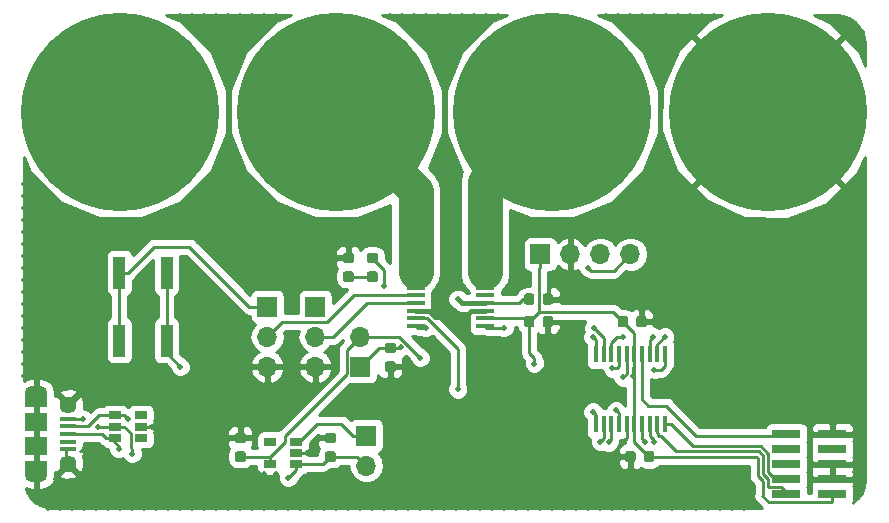
<source format=gbr>
G04 #@! TF.GenerationSoftware,KiCad,Pcbnew,(5.0.1-3-g963ef8bb5)*
G04 #@! TF.CreationDate,2018-11-12T01:28:12+01:00*
G04 #@! TF.ProjectId,MCUmeter,4D43556D657465722E6B696361645F70,rev?*
G04 #@! TF.SameCoordinates,Original*
G04 #@! TF.FileFunction,Copper,L1,Top,Signal*
G04 #@! TF.FilePolarity,Positive*
%FSLAX46Y46*%
G04 Gerber Fmt 4.6, Leading zero omitted, Abs format (unit mm)*
G04 Created by KiCad (PCBNEW (5.0.1-3-g963ef8bb5)) date 2018 November 12, Monday 01:28:12*
%MOMM*%
%LPD*%
G01*
G04 APERTURE LIST*
G04 #@! TA.AperFunction,ComponentPad*
%ADD10O,1.700000X1.700000*%
G04 #@! TD*
G04 #@! TA.AperFunction,ComponentPad*
%ADD11R,1.700000X1.700000*%
G04 #@! TD*
G04 #@! TA.AperFunction,ComponentPad*
%ADD12C,16.800000*%
G04 #@! TD*
G04 #@! TA.AperFunction,Conductor*
%ADD13C,0.100000*%
G04 #@! TD*
G04 #@! TA.AperFunction,SMDPad,CuDef*
%ADD14C,0.875000*%
G04 #@! TD*
G04 #@! TA.AperFunction,SMDPad,CuDef*
%ADD15R,2.400000X0.740000*%
G04 #@! TD*
G04 #@! TA.AperFunction,SMDPad,CuDef*
%ADD16R,1.900000X1.500000*%
G04 #@! TD*
G04 #@! TA.AperFunction,ComponentPad*
%ADD17C,1.450000*%
G04 #@! TD*
G04 #@! TA.AperFunction,SMDPad,CuDef*
%ADD18R,1.350000X0.400000*%
G04 #@! TD*
G04 #@! TA.AperFunction,ComponentPad*
%ADD19O,1.900000X1.200000*%
G04 #@! TD*
G04 #@! TA.AperFunction,SMDPad,CuDef*
%ADD20R,1.900000X1.200000*%
G04 #@! TD*
G04 #@! TA.AperFunction,SMDPad,CuDef*
%ADD21R,1.000000X2.750000*%
G04 #@! TD*
G04 #@! TA.AperFunction,SMDPad,CuDef*
%ADD22R,1.060000X0.650000*%
G04 #@! TD*
G04 #@! TA.AperFunction,SMDPad,CuDef*
%ADD23R,0.450000X1.450000*%
G04 #@! TD*
G04 #@! TA.AperFunction,SMDPad,CuDef*
%ADD24R,1.500000X0.450000*%
G04 #@! TD*
G04 #@! TA.AperFunction,ViaPad*
%ADD25C,0.500000*%
G04 #@! TD*
G04 #@! TA.AperFunction,Conductor*
%ADD26C,0.250000*%
G04 #@! TD*
G04 #@! TA.AperFunction,Conductor*
%ADD27C,0.400000*%
G04 #@! TD*
G04 #@! TA.AperFunction,Conductor*
%ADD28C,3.000000*%
G04 #@! TD*
G04 #@! TA.AperFunction,Conductor*
%ADD29C,0.254000*%
G04 #@! TD*
G04 APERTURE END LIST*
D10*
G04 #@! TO.P,J6,3*
G04 #@! TO.N,GND*
X113030000Y-72390000D03*
G04 #@! TO.P,J6,2*
G04 #@! TO.N,Net-(J6-Pad2)*
X113030000Y-69850000D03*
D11*
G04 #@! TO.P,J6,1*
G04 #@! TO.N,+3V3*
X113030000Y-67310000D03*
G04 #@! TD*
G04 #@! TO.P,J5,1*
G04 #@! TO.N,+3V3*
X108966000Y-67310000D03*
D10*
G04 #@! TO.P,J5,2*
G04 #@! TO.N,Net-(J5-Pad2)*
X108966000Y-69850000D03*
G04 #@! TO.P,J5,3*
G04 #@! TO.N,GND*
X108966000Y-72390000D03*
G04 #@! TD*
D12*
G04 #@! TO.P,H1,1*
G04 #@! TO.N,/HIGH*
X96520000Y-50800000D03*
G04 #@! TD*
G04 #@! TO.P,H2,1*
G04 #@! TO.N,/IN+*
X114808000Y-50800000D03*
G04 #@! TD*
G04 #@! TO.P,H3,1*
G04 #@! TO.N,/IN-*
X133096000Y-50800000D03*
G04 #@! TD*
G04 #@! TO.P,H4,1*
G04 #@! TO.N,GND*
X151384000Y-50800000D03*
G04 #@! TD*
D11*
G04 #@! TO.P,J9,1*
G04 #@! TO.N,Net-(J9-Pad1)*
X117348000Y-78232000D03*
D10*
G04 #@! TO.P,J9,2*
G04 #@! TO.N,/VBUS*
X117348000Y-80772000D03*
G04 #@! TD*
D13*
G04 #@! TO.N,GND*
G04 #@! TO.C,C1*
G36*
X114577691Y-77998553D02*
X114598926Y-78001703D01*
X114619750Y-78006919D01*
X114639962Y-78014151D01*
X114659368Y-78023330D01*
X114677781Y-78034366D01*
X114695024Y-78047154D01*
X114710930Y-78061570D01*
X114725346Y-78077476D01*
X114738134Y-78094719D01*
X114749170Y-78113132D01*
X114758349Y-78132538D01*
X114765581Y-78152750D01*
X114770797Y-78173574D01*
X114773947Y-78194809D01*
X114775000Y-78216250D01*
X114775000Y-78653750D01*
X114773947Y-78675191D01*
X114770797Y-78696426D01*
X114765581Y-78717250D01*
X114758349Y-78737462D01*
X114749170Y-78756868D01*
X114738134Y-78775281D01*
X114725346Y-78792524D01*
X114710930Y-78808430D01*
X114695024Y-78822846D01*
X114677781Y-78835634D01*
X114659368Y-78846670D01*
X114639962Y-78855849D01*
X114619750Y-78863081D01*
X114598926Y-78868297D01*
X114577691Y-78871447D01*
X114556250Y-78872500D01*
X114043750Y-78872500D01*
X114022309Y-78871447D01*
X114001074Y-78868297D01*
X113980250Y-78863081D01*
X113960038Y-78855849D01*
X113940632Y-78846670D01*
X113922219Y-78835634D01*
X113904976Y-78822846D01*
X113889070Y-78808430D01*
X113874654Y-78792524D01*
X113861866Y-78775281D01*
X113850830Y-78756868D01*
X113841651Y-78737462D01*
X113834419Y-78717250D01*
X113829203Y-78696426D01*
X113826053Y-78675191D01*
X113825000Y-78653750D01*
X113825000Y-78216250D01*
X113826053Y-78194809D01*
X113829203Y-78173574D01*
X113834419Y-78152750D01*
X113841651Y-78132538D01*
X113850830Y-78113132D01*
X113861866Y-78094719D01*
X113874654Y-78077476D01*
X113889070Y-78061570D01*
X113904976Y-78047154D01*
X113922219Y-78034366D01*
X113940632Y-78023330D01*
X113960038Y-78014151D01*
X113980250Y-78006919D01*
X114001074Y-78001703D01*
X114022309Y-77998553D01*
X114043750Y-77997500D01*
X114556250Y-77997500D01*
X114577691Y-77998553D01*
X114577691Y-77998553D01*
G37*
D14*
G04 #@! TD*
G04 #@! TO.P,C1,2*
G04 #@! TO.N,GND*
X114300000Y-78435000D03*
D13*
G04 #@! TO.N,/VBUS*
G04 #@! TO.C,C1*
G36*
X114577691Y-79573553D02*
X114598926Y-79576703D01*
X114619750Y-79581919D01*
X114639962Y-79589151D01*
X114659368Y-79598330D01*
X114677781Y-79609366D01*
X114695024Y-79622154D01*
X114710930Y-79636570D01*
X114725346Y-79652476D01*
X114738134Y-79669719D01*
X114749170Y-79688132D01*
X114758349Y-79707538D01*
X114765581Y-79727750D01*
X114770797Y-79748574D01*
X114773947Y-79769809D01*
X114775000Y-79791250D01*
X114775000Y-80228750D01*
X114773947Y-80250191D01*
X114770797Y-80271426D01*
X114765581Y-80292250D01*
X114758349Y-80312462D01*
X114749170Y-80331868D01*
X114738134Y-80350281D01*
X114725346Y-80367524D01*
X114710930Y-80383430D01*
X114695024Y-80397846D01*
X114677781Y-80410634D01*
X114659368Y-80421670D01*
X114639962Y-80430849D01*
X114619750Y-80438081D01*
X114598926Y-80443297D01*
X114577691Y-80446447D01*
X114556250Y-80447500D01*
X114043750Y-80447500D01*
X114022309Y-80446447D01*
X114001074Y-80443297D01*
X113980250Y-80438081D01*
X113960038Y-80430849D01*
X113940632Y-80421670D01*
X113922219Y-80410634D01*
X113904976Y-80397846D01*
X113889070Y-80383430D01*
X113874654Y-80367524D01*
X113861866Y-80350281D01*
X113850830Y-80331868D01*
X113841651Y-80312462D01*
X113834419Y-80292250D01*
X113829203Y-80271426D01*
X113826053Y-80250191D01*
X113825000Y-80228750D01*
X113825000Y-79791250D01*
X113826053Y-79769809D01*
X113829203Y-79748574D01*
X113834419Y-79727750D01*
X113841651Y-79707538D01*
X113850830Y-79688132D01*
X113861866Y-79669719D01*
X113874654Y-79652476D01*
X113889070Y-79636570D01*
X113904976Y-79622154D01*
X113922219Y-79609366D01*
X113940632Y-79598330D01*
X113960038Y-79589151D01*
X113980250Y-79581919D01*
X114001074Y-79576703D01*
X114022309Y-79573553D01*
X114043750Y-79572500D01*
X114556250Y-79572500D01*
X114577691Y-79573553D01*
X114577691Y-79573553D01*
G37*
D14*
G04 #@! TD*
G04 #@! TO.P,C1,1*
G04 #@! TO.N,/VBUS*
X114300000Y-80010000D03*
D13*
G04 #@! TO.N,+3V3*
G04 #@! TO.C,C2*
G36*
X139305191Y-68106053D02*
X139326426Y-68109203D01*
X139347250Y-68114419D01*
X139367462Y-68121651D01*
X139386868Y-68130830D01*
X139405281Y-68141866D01*
X139422524Y-68154654D01*
X139438430Y-68169070D01*
X139452846Y-68184976D01*
X139465634Y-68202219D01*
X139476670Y-68220632D01*
X139485849Y-68240038D01*
X139493081Y-68260250D01*
X139498297Y-68281074D01*
X139501447Y-68302309D01*
X139502500Y-68323750D01*
X139502500Y-68836250D01*
X139501447Y-68857691D01*
X139498297Y-68878926D01*
X139493081Y-68899750D01*
X139485849Y-68919962D01*
X139476670Y-68939368D01*
X139465634Y-68957781D01*
X139452846Y-68975024D01*
X139438430Y-68990930D01*
X139422524Y-69005346D01*
X139405281Y-69018134D01*
X139386868Y-69029170D01*
X139367462Y-69038349D01*
X139347250Y-69045581D01*
X139326426Y-69050797D01*
X139305191Y-69053947D01*
X139283750Y-69055000D01*
X138846250Y-69055000D01*
X138824809Y-69053947D01*
X138803574Y-69050797D01*
X138782750Y-69045581D01*
X138762538Y-69038349D01*
X138743132Y-69029170D01*
X138724719Y-69018134D01*
X138707476Y-69005346D01*
X138691570Y-68990930D01*
X138677154Y-68975024D01*
X138664366Y-68957781D01*
X138653330Y-68939368D01*
X138644151Y-68919962D01*
X138636919Y-68899750D01*
X138631703Y-68878926D01*
X138628553Y-68857691D01*
X138627500Y-68836250D01*
X138627500Y-68323750D01*
X138628553Y-68302309D01*
X138631703Y-68281074D01*
X138636919Y-68260250D01*
X138644151Y-68240038D01*
X138653330Y-68220632D01*
X138664366Y-68202219D01*
X138677154Y-68184976D01*
X138691570Y-68169070D01*
X138707476Y-68154654D01*
X138724719Y-68141866D01*
X138743132Y-68130830D01*
X138762538Y-68121651D01*
X138782750Y-68114419D01*
X138803574Y-68109203D01*
X138824809Y-68106053D01*
X138846250Y-68105000D01*
X139283750Y-68105000D01*
X139305191Y-68106053D01*
X139305191Y-68106053D01*
G37*
D14*
G04 #@! TD*
G04 #@! TO.P,C2,1*
G04 #@! TO.N,+3V3*
X139065000Y-68580000D03*
D13*
G04 #@! TO.N,GND*
G04 #@! TO.C,C2*
G36*
X140880191Y-68106053D02*
X140901426Y-68109203D01*
X140922250Y-68114419D01*
X140942462Y-68121651D01*
X140961868Y-68130830D01*
X140980281Y-68141866D01*
X140997524Y-68154654D01*
X141013430Y-68169070D01*
X141027846Y-68184976D01*
X141040634Y-68202219D01*
X141051670Y-68220632D01*
X141060849Y-68240038D01*
X141068081Y-68260250D01*
X141073297Y-68281074D01*
X141076447Y-68302309D01*
X141077500Y-68323750D01*
X141077500Y-68836250D01*
X141076447Y-68857691D01*
X141073297Y-68878926D01*
X141068081Y-68899750D01*
X141060849Y-68919962D01*
X141051670Y-68939368D01*
X141040634Y-68957781D01*
X141027846Y-68975024D01*
X141013430Y-68990930D01*
X140997524Y-69005346D01*
X140980281Y-69018134D01*
X140961868Y-69029170D01*
X140942462Y-69038349D01*
X140922250Y-69045581D01*
X140901426Y-69050797D01*
X140880191Y-69053947D01*
X140858750Y-69055000D01*
X140421250Y-69055000D01*
X140399809Y-69053947D01*
X140378574Y-69050797D01*
X140357750Y-69045581D01*
X140337538Y-69038349D01*
X140318132Y-69029170D01*
X140299719Y-69018134D01*
X140282476Y-69005346D01*
X140266570Y-68990930D01*
X140252154Y-68975024D01*
X140239366Y-68957781D01*
X140228330Y-68939368D01*
X140219151Y-68919962D01*
X140211919Y-68899750D01*
X140206703Y-68878926D01*
X140203553Y-68857691D01*
X140202500Y-68836250D01*
X140202500Y-68323750D01*
X140203553Y-68302309D01*
X140206703Y-68281074D01*
X140211919Y-68260250D01*
X140219151Y-68240038D01*
X140228330Y-68220632D01*
X140239366Y-68202219D01*
X140252154Y-68184976D01*
X140266570Y-68169070D01*
X140282476Y-68154654D01*
X140299719Y-68141866D01*
X140318132Y-68130830D01*
X140337538Y-68121651D01*
X140357750Y-68114419D01*
X140378574Y-68109203D01*
X140399809Y-68106053D01*
X140421250Y-68105000D01*
X140858750Y-68105000D01*
X140880191Y-68106053D01*
X140880191Y-68106053D01*
G37*
D14*
G04 #@! TD*
G04 #@! TO.P,C2,2*
G04 #@! TO.N,GND*
X140640000Y-68580000D03*
D13*
G04 #@! TO.N,+3V3*
G04 #@! TO.C,C3*
G36*
X141515191Y-79536053D02*
X141536426Y-79539203D01*
X141557250Y-79544419D01*
X141577462Y-79551651D01*
X141596868Y-79560830D01*
X141615281Y-79571866D01*
X141632524Y-79584654D01*
X141648430Y-79599070D01*
X141662846Y-79614976D01*
X141675634Y-79632219D01*
X141686670Y-79650632D01*
X141695849Y-79670038D01*
X141703081Y-79690250D01*
X141708297Y-79711074D01*
X141711447Y-79732309D01*
X141712500Y-79753750D01*
X141712500Y-80266250D01*
X141711447Y-80287691D01*
X141708297Y-80308926D01*
X141703081Y-80329750D01*
X141695849Y-80349962D01*
X141686670Y-80369368D01*
X141675634Y-80387781D01*
X141662846Y-80405024D01*
X141648430Y-80420930D01*
X141632524Y-80435346D01*
X141615281Y-80448134D01*
X141596868Y-80459170D01*
X141577462Y-80468349D01*
X141557250Y-80475581D01*
X141536426Y-80480797D01*
X141515191Y-80483947D01*
X141493750Y-80485000D01*
X141056250Y-80485000D01*
X141034809Y-80483947D01*
X141013574Y-80480797D01*
X140992750Y-80475581D01*
X140972538Y-80468349D01*
X140953132Y-80459170D01*
X140934719Y-80448134D01*
X140917476Y-80435346D01*
X140901570Y-80420930D01*
X140887154Y-80405024D01*
X140874366Y-80387781D01*
X140863330Y-80369368D01*
X140854151Y-80349962D01*
X140846919Y-80329750D01*
X140841703Y-80308926D01*
X140838553Y-80287691D01*
X140837500Y-80266250D01*
X140837500Y-79753750D01*
X140838553Y-79732309D01*
X140841703Y-79711074D01*
X140846919Y-79690250D01*
X140854151Y-79670038D01*
X140863330Y-79650632D01*
X140874366Y-79632219D01*
X140887154Y-79614976D01*
X140901570Y-79599070D01*
X140917476Y-79584654D01*
X140934719Y-79571866D01*
X140953132Y-79560830D01*
X140972538Y-79551651D01*
X140992750Y-79544419D01*
X141013574Y-79539203D01*
X141034809Y-79536053D01*
X141056250Y-79535000D01*
X141493750Y-79535000D01*
X141515191Y-79536053D01*
X141515191Y-79536053D01*
G37*
D14*
G04 #@! TD*
G04 #@! TO.P,C3,2*
G04 #@! TO.N,+3V3*
X141275000Y-80010000D03*
D13*
G04 #@! TO.N,GND*
G04 #@! TO.C,C3*
G36*
X139940191Y-79536053D02*
X139961426Y-79539203D01*
X139982250Y-79544419D01*
X140002462Y-79551651D01*
X140021868Y-79560830D01*
X140040281Y-79571866D01*
X140057524Y-79584654D01*
X140073430Y-79599070D01*
X140087846Y-79614976D01*
X140100634Y-79632219D01*
X140111670Y-79650632D01*
X140120849Y-79670038D01*
X140128081Y-79690250D01*
X140133297Y-79711074D01*
X140136447Y-79732309D01*
X140137500Y-79753750D01*
X140137500Y-80266250D01*
X140136447Y-80287691D01*
X140133297Y-80308926D01*
X140128081Y-80329750D01*
X140120849Y-80349962D01*
X140111670Y-80369368D01*
X140100634Y-80387781D01*
X140087846Y-80405024D01*
X140073430Y-80420930D01*
X140057524Y-80435346D01*
X140040281Y-80448134D01*
X140021868Y-80459170D01*
X140002462Y-80468349D01*
X139982250Y-80475581D01*
X139961426Y-80480797D01*
X139940191Y-80483947D01*
X139918750Y-80485000D01*
X139481250Y-80485000D01*
X139459809Y-80483947D01*
X139438574Y-80480797D01*
X139417750Y-80475581D01*
X139397538Y-80468349D01*
X139378132Y-80459170D01*
X139359719Y-80448134D01*
X139342476Y-80435346D01*
X139326570Y-80420930D01*
X139312154Y-80405024D01*
X139299366Y-80387781D01*
X139288330Y-80369368D01*
X139279151Y-80349962D01*
X139271919Y-80329750D01*
X139266703Y-80308926D01*
X139263553Y-80287691D01*
X139262500Y-80266250D01*
X139262500Y-79753750D01*
X139263553Y-79732309D01*
X139266703Y-79711074D01*
X139271919Y-79690250D01*
X139279151Y-79670038D01*
X139288330Y-79650632D01*
X139299366Y-79632219D01*
X139312154Y-79614976D01*
X139326570Y-79599070D01*
X139342476Y-79584654D01*
X139359719Y-79571866D01*
X139378132Y-79560830D01*
X139397538Y-79551651D01*
X139417750Y-79544419D01*
X139438574Y-79539203D01*
X139459809Y-79536053D01*
X139481250Y-79535000D01*
X139918750Y-79535000D01*
X139940191Y-79536053D01*
X139940191Y-79536053D01*
G37*
D14*
G04 #@! TD*
G04 #@! TO.P,C3,1*
G04 #@! TO.N,GND*
X139700000Y-80010000D03*
D13*
G04 #@! TO.N,+3V3*
G04 #@! TO.C,C4*
G36*
X106957691Y-79573553D02*
X106978926Y-79576703D01*
X106999750Y-79581919D01*
X107019962Y-79589151D01*
X107039368Y-79598330D01*
X107057781Y-79609366D01*
X107075024Y-79622154D01*
X107090930Y-79636570D01*
X107105346Y-79652476D01*
X107118134Y-79669719D01*
X107129170Y-79688132D01*
X107138349Y-79707538D01*
X107145581Y-79727750D01*
X107150797Y-79748574D01*
X107153947Y-79769809D01*
X107155000Y-79791250D01*
X107155000Y-80228750D01*
X107153947Y-80250191D01*
X107150797Y-80271426D01*
X107145581Y-80292250D01*
X107138349Y-80312462D01*
X107129170Y-80331868D01*
X107118134Y-80350281D01*
X107105346Y-80367524D01*
X107090930Y-80383430D01*
X107075024Y-80397846D01*
X107057781Y-80410634D01*
X107039368Y-80421670D01*
X107019962Y-80430849D01*
X106999750Y-80438081D01*
X106978926Y-80443297D01*
X106957691Y-80446447D01*
X106936250Y-80447500D01*
X106423750Y-80447500D01*
X106402309Y-80446447D01*
X106381074Y-80443297D01*
X106360250Y-80438081D01*
X106340038Y-80430849D01*
X106320632Y-80421670D01*
X106302219Y-80410634D01*
X106284976Y-80397846D01*
X106269070Y-80383430D01*
X106254654Y-80367524D01*
X106241866Y-80350281D01*
X106230830Y-80331868D01*
X106221651Y-80312462D01*
X106214419Y-80292250D01*
X106209203Y-80271426D01*
X106206053Y-80250191D01*
X106205000Y-80228750D01*
X106205000Y-79791250D01*
X106206053Y-79769809D01*
X106209203Y-79748574D01*
X106214419Y-79727750D01*
X106221651Y-79707538D01*
X106230830Y-79688132D01*
X106241866Y-79669719D01*
X106254654Y-79652476D01*
X106269070Y-79636570D01*
X106284976Y-79622154D01*
X106302219Y-79609366D01*
X106320632Y-79598330D01*
X106340038Y-79589151D01*
X106360250Y-79581919D01*
X106381074Y-79576703D01*
X106402309Y-79573553D01*
X106423750Y-79572500D01*
X106936250Y-79572500D01*
X106957691Y-79573553D01*
X106957691Y-79573553D01*
G37*
D14*
G04 #@! TD*
G04 #@! TO.P,C4,1*
G04 #@! TO.N,+3V3*
X106680000Y-80010000D03*
D13*
G04 #@! TO.N,GND*
G04 #@! TO.C,C4*
G36*
X106957691Y-77998553D02*
X106978926Y-78001703D01*
X106999750Y-78006919D01*
X107019962Y-78014151D01*
X107039368Y-78023330D01*
X107057781Y-78034366D01*
X107075024Y-78047154D01*
X107090930Y-78061570D01*
X107105346Y-78077476D01*
X107118134Y-78094719D01*
X107129170Y-78113132D01*
X107138349Y-78132538D01*
X107145581Y-78152750D01*
X107150797Y-78173574D01*
X107153947Y-78194809D01*
X107155000Y-78216250D01*
X107155000Y-78653750D01*
X107153947Y-78675191D01*
X107150797Y-78696426D01*
X107145581Y-78717250D01*
X107138349Y-78737462D01*
X107129170Y-78756868D01*
X107118134Y-78775281D01*
X107105346Y-78792524D01*
X107090930Y-78808430D01*
X107075024Y-78822846D01*
X107057781Y-78835634D01*
X107039368Y-78846670D01*
X107019962Y-78855849D01*
X106999750Y-78863081D01*
X106978926Y-78868297D01*
X106957691Y-78871447D01*
X106936250Y-78872500D01*
X106423750Y-78872500D01*
X106402309Y-78871447D01*
X106381074Y-78868297D01*
X106360250Y-78863081D01*
X106340038Y-78855849D01*
X106320632Y-78846670D01*
X106302219Y-78835634D01*
X106284976Y-78822846D01*
X106269070Y-78808430D01*
X106254654Y-78792524D01*
X106241866Y-78775281D01*
X106230830Y-78756868D01*
X106221651Y-78737462D01*
X106214419Y-78717250D01*
X106209203Y-78696426D01*
X106206053Y-78675191D01*
X106205000Y-78653750D01*
X106205000Y-78216250D01*
X106206053Y-78194809D01*
X106209203Y-78173574D01*
X106214419Y-78152750D01*
X106221651Y-78132538D01*
X106230830Y-78113132D01*
X106241866Y-78094719D01*
X106254654Y-78077476D01*
X106269070Y-78061570D01*
X106284976Y-78047154D01*
X106302219Y-78034366D01*
X106320632Y-78023330D01*
X106340038Y-78014151D01*
X106360250Y-78006919D01*
X106381074Y-78001703D01*
X106402309Y-77998553D01*
X106423750Y-77997500D01*
X106936250Y-77997500D01*
X106957691Y-77998553D01*
X106957691Y-77998553D01*
G37*
D14*
G04 #@! TD*
G04 #@! TO.P,C4,2*
G04 #@! TO.N,GND*
X106680000Y-78435000D03*
D13*
G04 #@! TO.N,/HIGH*
G04 #@! TO.C,C5*
G36*
X131380191Y-66201053D02*
X131401426Y-66204203D01*
X131422250Y-66209419D01*
X131442462Y-66216651D01*
X131461868Y-66225830D01*
X131480281Y-66236866D01*
X131497524Y-66249654D01*
X131513430Y-66264070D01*
X131527846Y-66279976D01*
X131540634Y-66297219D01*
X131551670Y-66315632D01*
X131560849Y-66335038D01*
X131568081Y-66355250D01*
X131573297Y-66376074D01*
X131576447Y-66397309D01*
X131577500Y-66418750D01*
X131577500Y-66931250D01*
X131576447Y-66952691D01*
X131573297Y-66973926D01*
X131568081Y-66994750D01*
X131560849Y-67014962D01*
X131551670Y-67034368D01*
X131540634Y-67052781D01*
X131527846Y-67070024D01*
X131513430Y-67085930D01*
X131497524Y-67100346D01*
X131480281Y-67113134D01*
X131461868Y-67124170D01*
X131442462Y-67133349D01*
X131422250Y-67140581D01*
X131401426Y-67145797D01*
X131380191Y-67148947D01*
X131358750Y-67150000D01*
X130921250Y-67150000D01*
X130899809Y-67148947D01*
X130878574Y-67145797D01*
X130857750Y-67140581D01*
X130837538Y-67133349D01*
X130818132Y-67124170D01*
X130799719Y-67113134D01*
X130782476Y-67100346D01*
X130766570Y-67085930D01*
X130752154Y-67070024D01*
X130739366Y-67052781D01*
X130728330Y-67034368D01*
X130719151Y-67014962D01*
X130711919Y-66994750D01*
X130706703Y-66973926D01*
X130703553Y-66952691D01*
X130702500Y-66931250D01*
X130702500Y-66418750D01*
X130703553Y-66397309D01*
X130706703Y-66376074D01*
X130711919Y-66355250D01*
X130719151Y-66335038D01*
X130728330Y-66315632D01*
X130739366Y-66297219D01*
X130752154Y-66279976D01*
X130766570Y-66264070D01*
X130782476Y-66249654D01*
X130799719Y-66236866D01*
X130818132Y-66225830D01*
X130837538Y-66216651D01*
X130857750Y-66209419D01*
X130878574Y-66204203D01*
X130899809Y-66201053D01*
X130921250Y-66200000D01*
X131358750Y-66200000D01*
X131380191Y-66201053D01*
X131380191Y-66201053D01*
G37*
D14*
G04 #@! TD*
G04 #@! TO.P,C5,1*
G04 #@! TO.N,/HIGH*
X131140000Y-66675000D03*
D13*
G04 #@! TO.N,GND*
G04 #@! TO.C,C5*
G36*
X132955191Y-66201053D02*
X132976426Y-66204203D01*
X132997250Y-66209419D01*
X133017462Y-66216651D01*
X133036868Y-66225830D01*
X133055281Y-66236866D01*
X133072524Y-66249654D01*
X133088430Y-66264070D01*
X133102846Y-66279976D01*
X133115634Y-66297219D01*
X133126670Y-66315632D01*
X133135849Y-66335038D01*
X133143081Y-66355250D01*
X133148297Y-66376074D01*
X133151447Y-66397309D01*
X133152500Y-66418750D01*
X133152500Y-66931250D01*
X133151447Y-66952691D01*
X133148297Y-66973926D01*
X133143081Y-66994750D01*
X133135849Y-67014962D01*
X133126670Y-67034368D01*
X133115634Y-67052781D01*
X133102846Y-67070024D01*
X133088430Y-67085930D01*
X133072524Y-67100346D01*
X133055281Y-67113134D01*
X133036868Y-67124170D01*
X133017462Y-67133349D01*
X132997250Y-67140581D01*
X132976426Y-67145797D01*
X132955191Y-67148947D01*
X132933750Y-67150000D01*
X132496250Y-67150000D01*
X132474809Y-67148947D01*
X132453574Y-67145797D01*
X132432750Y-67140581D01*
X132412538Y-67133349D01*
X132393132Y-67124170D01*
X132374719Y-67113134D01*
X132357476Y-67100346D01*
X132341570Y-67085930D01*
X132327154Y-67070024D01*
X132314366Y-67052781D01*
X132303330Y-67034368D01*
X132294151Y-67014962D01*
X132286919Y-66994750D01*
X132281703Y-66973926D01*
X132278553Y-66952691D01*
X132277500Y-66931250D01*
X132277500Y-66418750D01*
X132278553Y-66397309D01*
X132281703Y-66376074D01*
X132286919Y-66355250D01*
X132294151Y-66335038D01*
X132303330Y-66315632D01*
X132314366Y-66297219D01*
X132327154Y-66279976D01*
X132341570Y-66264070D01*
X132357476Y-66249654D01*
X132374719Y-66236866D01*
X132393132Y-66225830D01*
X132412538Y-66216651D01*
X132432750Y-66209419D01*
X132453574Y-66204203D01*
X132474809Y-66201053D01*
X132496250Y-66200000D01*
X132933750Y-66200000D01*
X132955191Y-66201053D01*
X132955191Y-66201053D01*
G37*
D14*
G04 #@! TD*
G04 #@! TO.P,C5,2*
G04 #@! TO.N,GND*
X132715000Y-66675000D03*
D13*
G04 #@! TO.N,GND*
G04 #@! TO.C,C6*
G36*
X132955191Y-68106053D02*
X132976426Y-68109203D01*
X132997250Y-68114419D01*
X133017462Y-68121651D01*
X133036868Y-68130830D01*
X133055281Y-68141866D01*
X133072524Y-68154654D01*
X133088430Y-68169070D01*
X133102846Y-68184976D01*
X133115634Y-68202219D01*
X133126670Y-68220632D01*
X133135849Y-68240038D01*
X133143081Y-68260250D01*
X133148297Y-68281074D01*
X133151447Y-68302309D01*
X133152500Y-68323750D01*
X133152500Y-68836250D01*
X133151447Y-68857691D01*
X133148297Y-68878926D01*
X133143081Y-68899750D01*
X133135849Y-68919962D01*
X133126670Y-68939368D01*
X133115634Y-68957781D01*
X133102846Y-68975024D01*
X133088430Y-68990930D01*
X133072524Y-69005346D01*
X133055281Y-69018134D01*
X133036868Y-69029170D01*
X133017462Y-69038349D01*
X132997250Y-69045581D01*
X132976426Y-69050797D01*
X132955191Y-69053947D01*
X132933750Y-69055000D01*
X132496250Y-69055000D01*
X132474809Y-69053947D01*
X132453574Y-69050797D01*
X132432750Y-69045581D01*
X132412538Y-69038349D01*
X132393132Y-69029170D01*
X132374719Y-69018134D01*
X132357476Y-69005346D01*
X132341570Y-68990930D01*
X132327154Y-68975024D01*
X132314366Y-68957781D01*
X132303330Y-68939368D01*
X132294151Y-68919962D01*
X132286919Y-68899750D01*
X132281703Y-68878926D01*
X132278553Y-68857691D01*
X132277500Y-68836250D01*
X132277500Y-68323750D01*
X132278553Y-68302309D01*
X132281703Y-68281074D01*
X132286919Y-68260250D01*
X132294151Y-68240038D01*
X132303330Y-68220632D01*
X132314366Y-68202219D01*
X132327154Y-68184976D01*
X132341570Y-68169070D01*
X132357476Y-68154654D01*
X132374719Y-68141866D01*
X132393132Y-68130830D01*
X132412538Y-68121651D01*
X132432750Y-68114419D01*
X132453574Y-68109203D01*
X132474809Y-68106053D01*
X132496250Y-68105000D01*
X132933750Y-68105000D01*
X132955191Y-68106053D01*
X132955191Y-68106053D01*
G37*
D14*
G04 #@! TD*
G04 #@! TO.P,C6,2*
G04 #@! TO.N,GND*
X132715000Y-68580000D03*
D13*
G04 #@! TO.N,+3V3*
G04 #@! TO.C,C6*
G36*
X131380191Y-68106053D02*
X131401426Y-68109203D01*
X131422250Y-68114419D01*
X131442462Y-68121651D01*
X131461868Y-68130830D01*
X131480281Y-68141866D01*
X131497524Y-68154654D01*
X131513430Y-68169070D01*
X131527846Y-68184976D01*
X131540634Y-68202219D01*
X131551670Y-68220632D01*
X131560849Y-68240038D01*
X131568081Y-68260250D01*
X131573297Y-68281074D01*
X131576447Y-68302309D01*
X131577500Y-68323750D01*
X131577500Y-68836250D01*
X131576447Y-68857691D01*
X131573297Y-68878926D01*
X131568081Y-68899750D01*
X131560849Y-68919962D01*
X131551670Y-68939368D01*
X131540634Y-68957781D01*
X131527846Y-68975024D01*
X131513430Y-68990930D01*
X131497524Y-69005346D01*
X131480281Y-69018134D01*
X131461868Y-69029170D01*
X131442462Y-69038349D01*
X131422250Y-69045581D01*
X131401426Y-69050797D01*
X131380191Y-69053947D01*
X131358750Y-69055000D01*
X130921250Y-69055000D01*
X130899809Y-69053947D01*
X130878574Y-69050797D01*
X130857750Y-69045581D01*
X130837538Y-69038349D01*
X130818132Y-69029170D01*
X130799719Y-69018134D01*
X130782476Y-69005346D01*
X130766570Y-68990930D01*
X130752154Y-68975024D01*
X130739366Y-68957781D01*
X130728330Y-68939368D01*
X130719151Y-68919962D01*
X130711919Y-68899750D01*
X130706703Y-68878926D01*
X130703553Y-68857691D01*
X130702500Y-68836250D01*
X130702500Y-68323750D01*
X130703553Y-68302309D01*
X130706703Y-68281074D01*
X130711919Y-68260250D01*
X130719151Y-68240038D01*
X130728330Y-68220632D01*
X130739366Y-68202219D01*
X130752154Y-68184976D01*
X130766570Y-68169070D01*
X130782476Y-68154654D01*
X130799719Y-68141866D01*
X130818132Y-68130830D01*
X130837538Y-68121651D01*
X130857750Y-68114419D01*
X130878574Y-68109203D01*
X130899809Y-68106053D01*
X130921250Y-68105000D01*
X131358750Y-68105000D01*
X131380191Y-68106053D01*
X131380191Y-68106053D01*
G37*
D14*
G04 #@! TD*
G04 #@! TO.P,C6,1*
G04 #@! TO.N,+3V3*
X131140000Y-68580000D03*
D13*
G04 #@! TO.N,Net-(D1-Pad1)*
G04 #@! TO.C,D1*
G36*
X118133691Y-64333553D02*
X118154926Y-64336703D01*
X118175750Y-64341919D01*
X118195962Y-64349151D01*
X118215368Y-64358330D01*
X118233781Y-64369366D01*
X118251024Y-64382154D01*
X118266930Y-64396570D01*
X118281346Y-64412476D01*
X118294134Y-64429719D01*
X118305170Y-64448132D01*
X118314349Y-64467538D01*
X118321581Y-64487750D01*
X118326797Y-64508574D01*
X118329947Y-64529809D01*
X118331000Y-64551250D01*
X118331000Y-64988750D01*
X118329947Y-65010191D01*
X118326797Y-65031426D01*
X118321581Y-65052250D01*
X118314349Y-65072462D01*
X118305170Y-65091868D01*
X118294134Y-65110281D01*
X118281346Y-65127524D01*
X118266930Y-65143430D01*
X118251024Y-65157846D01*
X118233781Y-65170634D01*
X118215368Y-65181670D01*
X118195962Y-65190849D01*
X118175750Y-65198081D01*
X118154926Y-65203297D01*
X118133691Y-65206447D01*
X118112250Y-65207500D01*
X117599750Y-65207500D01*
X117578309Y-65206447D01*
X117557074Y-65203297D01*
X117536250Y-65198081D01*
X117516038Y-65190849D01*
X117496632Y-65181670D01*
X117478219Y-65170634D01*
X117460976Y-65157846D01*
X117445070Y-65143430D01*
X117430654Y-65127524D01*
X117417866Y-65110281D01*
X117406830Y-65091868D01*
X117397651Y-65072462D01*
X117390419Y-65052250D01*
X117385203Y-65031426D01*
X117382053Y-65010191D01*
X117381000Y-64988750D01*
X117381000Y-64551250D01*
X117382053Y-64529809D01*
X117385203Y-64508574D01*
X117390419Y-64487750D01*
X117397651Y-64467538D01*
X117406830Y-64448132D01*
X117417866Y-64429719D01*
X117430654Y-64412476D01*
X117445070Y-64396570D01*
X117460976Y-64382154D01*
X117478219Y-64369366D01*
X117496632Y-64358330D01*
X117516038Y-64349151D01*
X117536250Y-64341919D01*
X117557074Y-64336703D01*
X117578309Y-64333553D01*
X117599750Y-64332500D01*
X118112250Y-64332500D01*
X118133691Y-64333553D01*
X118133691Y-64333553D01*
G37*
D14*
G04 #@! TD*
G04 #@! TO.P,D1,1*
G04 #@! TO.N,Net-(D1-Pad1)*
X117856000Y-64770000D03*
D13*
G04 #@! TO.N,Net-(D1-Pad2)*
G04 #@! TO.C,D1*
G36*
X118133691Y-62758553D02*
X118154926Y-62761703D01*
X118175750Y-62766919D01*
X118195962Y-62774151D01*
X118215368Y-62783330D01*
X118233781Y-62794366D01*
X118251024Y-62807154D01*
X118266930Y-62821570D01*
X118281346Y-62837476D01*
X118294134Y-62854719D01*
X118305170Y-62873132D01*
X118314349Y-62892538D01*
X118321581Y-62912750D01*
X118326797Y-62933574D01*
X118329947Y-62954809D01*
X118331000Y-62976250D01*
X118331000Y-63413750D01*
X118329947Y-63435191D01*
X118326797Y-63456426D01*
X118321581Y-63477250D01*
X118314349Y-63497462D01*
X118305170Y-63516868D01*
X118294134Y-63535281D01*
X118281346Y-63552524D01*
X118266930Y-63568430D01*
X118251024Y-63582846D01*
X118233781Y-63595634D01*
X118215368Y-63606670D01*
X118195962Y-63615849D01*
X118175750Y-63623081D01*
X118154926Y-63628297D01*
X118133691Y-63631447D01*
X118112250Y-63632500D01*
X117599750Y-63632500D01*
X117578309Y-63631447D01*
X117557074Y-63628297D01*
X117536250Y-63623081D01*
X117516038Y-63615849D01*
X117496632Y-63606670D01*
X117478219Y-63595634D01*
X117460976Y-63582846D01*
X117445070Y-63568430D01*
X117430654Y-63552524D01*
X117417866Y-63535281D01*
X117406830Y-63516868D01*
X117397651Y-63497462D01*
X117390419Y-63477250D01*
X117385203Y-63456426D01*
X117382053Y-63435191D01*
X117381000Y-63413750D01*
X117381000Y-62976250D01*
X117382053Y-62954809D01*
X117385203Y-62933574D01*
X117390419Y-62912750D01*
X117397651Y-62892538D01*
X117406830Y-62873132D01*
X117417866Y-62854719D01*
X117430654Y-62837476D01*
X117445070Y-62821570D01*
X117460976Y-62807154D01*
X117478219Y-62794366D01*
X117496632Y-62783330D01*
X117516038Y-62774151D01*
X117536250Y-62766919D01*
X117557074Y-62761703D01*
X117578309Y-62758553D01*
X117599750Y-62757500D01*
X118112250Y-62757500D01*
X118133691Y-62758553D01*
X118133691Y-62758553D01*
G37*
D14*
G04 #@! TD*
G04 #@! TO.P,D1,2*
G04 #@! TO.N,Net-(D1-Pad2)*
X117856000Y-63195000D03*
D15*
G04 #@! TO.P,SWD,1*
G04 #@! TO.N,+3V3*
X156808000Y-83185000D03*
G04 #@! TO.P,SWD,2*
G04 #@! TO.N,/SWDIO*
X152908000Y-83185000D03*
G04 #@! TO.P,SWD,3*
G04 #@! TO.N,GND*
X156808000Y-81915000D03*
G04 #@! TO.P,SWD,4*
G04 #@! TO.N,/SWDCLK*
X152908000Y-81915000D03*
G04 #@! TO.P,SWD,5*
G04 #@! TO.N,GND*
X156808000Y-80645000D03*
G04 #@! TO.P,SWD,6*
G04 #@! TO.N,Net-(J2-Pad6)*
X152908000Y-80645000D03*
G04 #@! TO.P,SWD,7*
G04 #@! TO.N,Net-(J2-Pad7)*
X156808000Y-79375000D03*
G04 #@! TO.P,SWD,8*
G04 #@! TO.N,Net-(J2-Pad8)*
X152908000Y-79375000D03*
G04 #@! TO.P,SWD,9*
G04 #@! TO.N,GND*
X156808000Y-78105000D03*
G04 #@! TO.P,SWD,10*
G04 #@! TO.N,/~RST*
X152908000Y-78105000D03*
G04 #@! TD*
D16*
G04 #@! TO.P,USB,6*
G04 #@! TO.N,GND*
X89408000Y-79105000D03*
D17*
X92108000Y-75605000D03*
D18*
G04 #@! TO.P,USB,2*
G04 #@! TO.N,/USB_DM*
X92108000Y-77455000D03*
G04 #@! TO.P,USB,1*
G04 #@! TO.N,/VBUS*
X92108000Y-76805000D03*
G04 #@! TO.P,USB,5*
G04 #@! TO.N,GND*
X92108000Y-79405000D03*
G04 #@! TO.P,USB,4*
G04 #@! TO.N,Net-(J4-Pad4)*
X92108000Y-78755000D03*
G04 #@! TO.P,USB,3*
G04 #@! TO.N,/USB_DP*
X92108000Y-78105000D03*
D17*
G04 #@! TO.P,USB,6*
G04 #@! TO.N,GND*
X92108000Y-80605000D03*
D16*
X89408000Y-77105000D03*
D19*
X89408000Y-74605000D03*
X89408000Y-81605000D03*
D20*
X89408000Y-81005000D03*
X89408000Y-75205000D03*
G04 #@! TD*
D13*
G04 #@! TO.N,GND*
G04 #@! TO.C,R1*
G36*
X119657691Y-71953553D02*
X119678926Y-71956703D01*
X119699750Y-71961919D01*
X119719962Y-71969151D01*
X119739368Y-71978330D01*
X119757781Y-71989366D01*
X119775024Y-72002154D01*
X119790930Y-72016570D01*
X119805346Y-72032476D01*
X119818134Y-72049719D01*
X119829170Y-72068132D01*
X119838349Y-72087538D01*
X119845581Y-72107750D01*
X119850797Y-72128574D01*
X119853947Y-72149809D01*
X119855000Y-72171250D01*
X119855000Y-72608750D01*
X119853947Y-72630191D01*
X119850797Y-72651426D01*
X119845581Y-72672250D01*
X119838349Y-72692462D01*
X119829170Y-72711868D01*
X119818134Y-72730281D01*
X119805346Y-72747524D01*
X119790930Y-72763430D01*
X119775024Y-72777846D01*
X119757781Y-72790634D01*
X119739368Y-72801670D01*
X119719962Y-72810849D01*
X119699750Y-72818081D01*
X119678926Y-72823297D01*
X119657691Y-72826447D01*
X119636250Y-72827500D01*
X119123750Y-72827500D01*
X119102309Y-72826447D01*
X119081074Y-72823297D01*
X119060250Y-72818081D01*
X119040038Y-72810849D01*
X119020632Y-72801670D01*
X119002219Y-72790634D01*
X118984976Y-72777846D01*
X118969070Y-72763430D01*
X118954654Y-72747524D01*
X118941866Y-72730281D01*
X118930830Y-72711868D01*
X118921651Y-72692462D01*
X118914419Y-72672250D01*
X118909203Y-72651426D01*
X118906053Y-72630191D01*
X118905000Y-72608750D01*
X118905000Y-72171250D01*
X118906053Y-72149809D01*
X118909203Y-72128574D01*
X118914419Y-72107750D01*
X118921651Y-72087538D01*
X118930830Y-72068132D01*
X118941866Y-72049719D01*
X118954654Y-72032476D01*
X118969070Y-72016570D01*
X118984976Y-72002154D01*
X119002219Y-71989366D01*
X119020632Y-71978330D01*
X119040038Y-71969151D01*
X119060250Y-71961919D01*
X119081074Y-71956703D01*
X119102309Y-71953553D01*
X119123750Y-71952500D01*
X119636250Y-71952500D01*
X119657691Y-71953553D01*
X119657691Y-71953553D01*
G37*
D14*
G04 #@! TD*
G04 #@! TO.P,R1,2*
G04 #@! TO.N,GND*
X119380000Y-72390000D03*
D13*
G04 #@! TO.N,Net-(J3-Pad1)*
G04 #@! TO.C,R1*
G36*
X119657691Y-70378553D02*
X119678926Y-70381703D01*
X119699750Y-70386919D01*
X119719962Y-70394151D01*
X119739368Y-70403330D01*
X119757781Y-70414366D01*
X119775024Y-70427154D01*
X119790930Y-70441570D01*
X119805346Y-70457476D01*
X119818134Y-70474719D01*
X119829170Y-70493132D01*
X119838349Y-70512538D01*
X119845581Y-70532750D01*
X119850797Y-70553574D01*
X119853947Y-70574809D01*
X119855000Y-70596250D01*
X119855000Y-71033750D01*
X119853947Y-71055191D01*
X119850797Y-71076426D01*
X119845581Y-71097250D01*
X119838349Y-71117462D01*
X119829170Y-71136868D01*
X119818134Y-71155281D01*
X119805346Y-71172524D01*
X119790930Y-71188430D01*
X119775024Y-71202846D01*
X119757781Y-71215634D01*
X119739368Y-71226670D01*
X119719962Y-71235849D01*
X119699750Y-71243081D01*
X119678926Y-71248297D01*
X119657691Y-71251447D01*
X119636250Y-71252500D01*
X119123750Y-71252500D01*
X119102309Y-71251447D01*
X119081074Y-71248297D01*
X119060250Y-71243081D01*
X119040038Y-71235849D01*
X119020632Y-71226670D01*
X119002219Y-71215634D01*
X118984976Y-71202846D01*
X118969070Y-71188430D01*
X118954654Y-71172524D01*
X118941866Y-71155281D01*
X118930830Y-71136868D01*
X118921651Y-71117462D01*
X118914419Y-71097250D01*
X118909203Y-71076426D01*
X118906053Y-71055191D01*
X118905000Y-71033750D01*
X118905000Y-70596250D01*
X118906053Y-70574809D01*
X118909203Y-70553574D01*
X118914419Y-70532750D01*
X118921651Y-70512538D01*
X118930830Y-70493132D01*
X118941866Y-70474719D01*
X118954654Y-70457476D01*
X118969070Y-70441570D01*
X118984976Y-70427154D01*
X119002219Y-70414366D01*
X119020632Y-70403330D01*
X119040038Y-70394151D01*
X119060250Y-70386919D01*
X119081074Y-70381703D01*
X119102309Y-70378553D01*
X119123750Y-70377500D01*
X119636250Y-70377500D01*
X119657691Y-70378553D01*
X119657691Y-70378553D01*
G37*
D14*
G04 #@! TD*
G04 #@! TO.P,R1,1*
G04 #@! TO.N,Net-(J3-Pad1)*
X119380000Y-70815000D03*
D13*
G04 #@! TO.N,GND*
G04 #@! TO.C,R2*
G36*
X116101691Y-62758553D02*
X116122926Y-62761703D01*
X116143750Y-62766919D01*
X116163962Y-62774151D01*
X116183368Y-62783330D01*
X116201781Y-62794366D01*
X116219024Y-62807154D01*
X116234930Y-62821570D01*
X116249346Y-62837476D01*
X116262134Y-62854719D01*
X116273170Y-62873132D01*
X116282349Y-62892538D01*
X116289581Y-62912750D01*
X116294797Y-62933574D01*
X116297947Y-62954809D01*
X116299000Y-62976250D01*
X116299000Y-63413750D01*
X116297947Y-63435191D01*
X116294797Y-63456426D01*
X116289581Y-63477250D01*
X116282349Y-63497462D01*
X116273170Y-63516868D01*
X116262134Y-63535281D01*
X116249346Y-63552524D01*
X116234930Y-63568430D01*
X116219024Y-63582846D01*
X116201781Y-63595634D01*
X116183368Y-63606670D01*
X116163962Y-63615849D01*
X116143750Y-63623081D01*
X116122926Y-63628297D01*
X116101691Y-63631447D01*
X116080250Y-63632500D01*
X115567750Y-63632500D01*
X115546309Y-63631447D01*
X115525074Y-63628297D01*
X115504250Y-63623081D01*
X115484038Y-63615849D01*
X115464632Y-63606670D01*
X115446219Y-63595634D01*
X115428976Y-63582846D01*
X115413070Y-63568430D01*
X115398654Y-63552524D01*
X115385866Y-63535281D01*
X115374830Y-63516868D01*
X115365651Y-63497462D01*
X115358419Y-63477250D01*
X115353203Y-63456426D01*
X115350053Y-63435191D01*
X115349000Y-63413750D01*
X115349000Y-62976250D01*
X115350053Y-62954809D01*
X115353203Y-62933574D01*
X115358419Y-62912750D01*
X115365651Y-62892538D01*
X115374830Y-62873132D01*
X115385866Y-62854719D01*
X115398654Y-62837476D01*
X115413070Y-62821570D01*
X115428976Y-62807154D01*
X115446219Y-62794366D01*
X115464632Y-62783330D01*
X115484038Y-62774151D01*
X115504250Y-62766919D01*
X115525074Y-62761703D01*
X115546309Y-62758553D01*
X115567750Y-62757500D01*
X116080250Y-62757500D01*
X116101691Y-62758553D01*
X116101691Y-62758553D01*
G37*
D14*
G04 #@! TD*
G04 #@! TO.P,R2,1*
G04 #@! TO.N,GND*
X115824000Y-63195000D03*
D13*
G04 #@! TO.N,Net-(D1-Pad1)*
G04 #@! TO.C,R2*
G36*
X116101691Y-64333553D02*
X116122926Y-64336703D01*
X116143750Y-64341919D01*
X116163962Y-64349151D01*
X116183368Y-64358330D01*
X116201781Y-64369366D01*
X116219024Y-64382154D01*
X116234930Y-64396570D01*
X116249346Y-64412476D01*
X116262134Y-64429719D01*
X116273170Y-64448132D01*
X116282349Y-64467538D01*
X116289581Y-64487750D01*
X116294797Y-64508574D01*
X116297947Y-64529809D01*
X116299000Y-64551250D01*
X116299000Y-64988750D01*
X116297947Y-65010191D01*
X116294797Y-65031426D01*
X116289581Y-65052250D01*
X116282349Y-65072462D01*
X116273170Y-65091868D01*
X116262134Y-65110281D01*
X116249346Y-65127524D01*
X116234930Y-65143430D01*
X116219024Y-65157846D01*
X116201781Y-65170634D01*
X116183368Y-65181670D01*
X116163962Y-65190849D01*
X116143750Y-65198081D01*
X116122926Y-65203297D01*
X116101691Y-65206447D01*
X116080250Y-65207500D01*
X115567750Y-65207500D01*
X115546309Y-65206447D01*
X115525074Y-65203297D01*
X115504250Y-65198081D01*
X115484038Y-65190849D01*
X115464632Y-65181670D01*
X115446219Y-65170634D01*
X115428976Y-65157846D01*
X115413070Y-65143430D01*
X115398654Y-65127524D01*
X115385866Y-65110281D01*
X115374830Y-65091868D01*
X115365651Y-65072462D01*
X115358419Y-65052250D01*
X115353203Y-65031426D01*
X115350053Y-65010191D01*
X115349000Y-64988750D01*
X115349000Y-64551250D01*
X115350053Y-64529809D01*
X115353203Y-64508574D01*
X115358419Y-64487750D01*
X115365651Y-64467538D01*
X115374830Y-64448132D01*
X115385866Y-64429719D01*
X115398654Y-64412476D01*
X115413070Y-64396570D01*
X115428976Y-64382154D01*
X115446219Y-64369366D01*
X115464632Y-64358330D01*
X115484038Y-64349151D01*
X115504250Y-64341919D01*
X115525074Y-64336703D01*
X115546309Y-64333553D01*
X115567750Y-64332500D01*
X116080250Y-64332500D01*
X116101691Y-64333553D01*
X116101691Y-64333553D01*
G37*
D14*
G04 #@! TD*
G04 #@! TO.P,R2,2*
G04 #@! TO.N,Net-(D1-Pad1)*
X115824000Y-64770000D03*
D21*
G04 #@! TO.P,SW1,1*
G04 #@! TO.N,Net-(SW1-Pad1)*
X100425000Y-70190000D03*
X100425000Y-64430000D03*
G04 #@! TO.P,SW1,2*
G04 #@! TO.N,+3V3*
X96425000Y-64430000D03*
X96425000Y-70190000D03*
G04 #@! TD*
D22*
G04 #@! TO.P,LDO,1*
G04 #@! TO.N,/VBUS*
X111420000Y-80640000D03*
G04 #@! TO.P,LDO,2*
G04 #@! TO.N,GND*
X111420000Y-79690000D03*
G04 #@! TO.P,LDO,3*
G04 #@! TO.N,Net-(J9-Pad1)*
X111420000Y-78740000D03*
G04 #@! TO.P,LDO,4*
G04 #@! TO.N,Net-(U1-Pad4)*
X109220000Y-78740000D03*
G04 #@! TO.P,LDO,5*
G04 #@! TO.N,+3V3*
X109220000Y-80640000D03*
G04 #@! TD*
D23*
G04 #@! TO.P,STM32F042,1*
G04 #@! TO.N,Net-(J3-Pad1)*
X142625000Y-71345000D03*
G04 #@! TO.P,STM32F042,2*
G04 #@! TO.N,/SDA*
X141975000Y-71345000D03*
G04 #@! TO.P,STM32F042,3*
G04 #@! TO.N,/SCL*
X141325000Y-71345000D03*
G04 #@! TO.P,STM32F042,4*
G04 #@! TO.N,/~RST*
X140675000Y-71345000D03*
G04 #@! TO.P,STM32F042,5*
G04 #@! TO.N,+3V3*
X140025000Y-71345000D03*
G04 #@! TO.P,STM32F042,6*
G04 #@! TO.N,Net-(SW1-Pad1)*
X139375000Y-71345000D03*
G04 #@! TO.P,STM32F042,7*
G04 #@! TO.N,Net-(D1-Pad2)*
X138725000Y-71345000D03*
G04 #@! TO.P,STM32F042,8*
G04 #@! TO.N,Net-(TP1-Pad1)*
X138075000Y-71345000D03*
G04 #@! TO.P,STM32F042,9*
G04 #@! TO.N,Net-(TP2-Pad1)*
X137425000Y-71345000D03*
G04 #@! TO.P,STM32F042,10*
G04 #@! TO.N,Net-(TP3-Pad1)*
X136775000Y-71345000D03*
G04 #@! TO.P,STM32F042,11*
G04 #@! TO.N,Net-(TP4-Pad1)*
X136775000Y-77245000D03*
G04 #@! TO.P,STM32F042,12*
G04 #@! TO.N,Net-(TP5-Pad1)*
X137425000Y-77245000D03*
G04 #@! TO.P,STM32F042,13*
G04 #@! TO.N,Net-(TP6-Pad1)*
X138075000Y-77245000D03*
G04 #@! TO.P,STM32F042,14*
G04 #@! TO.N,/ALERT*
X138725000Y-77245000D03*
G04 #@! TO.P,STM32F042,15*
G04 #@! TO.N,GND*
X139375000Y-77245000D03*
G04 #@! TO.P,STM32F042,16*
G04 #@! TO.N,+3V3*
X140025000Y-77245000D03*
G04 #@! TO.P,STM32F042,17*
G04 #@! TO.N,/USB_DM*
X140675000Y-77245000D03*
G04 #@! TO.P,STM32F042,18*
G04 #@! TO.N,/USB_DP*
X141325000Y-77245000D03*
G04 #@! TO.P,STM32F042,19*
G04 #@! TO.N,/SWDIO*
X141975000Y-77245000D03*
G04 #@! TO.P,STM32F042,20*
G04 #@! TO.N,/SWDCLK*
X142625000Y-77245000D03*
G04 #@! TD*
D22*
G04 #@! TO.P,TVS,1*
G04 #@! TO.N,Net-(U3-Pad1)*
X98255000Y-78420000D03*
G04 #@! TO.P,TVS,2*
G04 #@! TO.N,GND*
X98255000Y-77470000D03*
G04 #@! TO.P,TVS,3*
G04 #@! TO.N,Net-(U3-Pad3)*
X98255000Y-76520000D03*
G04 #@! TO.P,TVS,4*
G04 #@! TO.N,/USB_DM*
X96055000Y-76520000D03*
G04 #@! TO.P,TVS,6*
G04 #@! TO.N,/USB_DP*
X96055000Y-78420000D03*
G04 #@! TO.P,TVS,5*
G04 #@! TO.N,/VBUS*
X96055000Y-77470000D03*
G04 #@! TD*
D24*
G04 #@! TO.P,INA260,1*
G04 #@! TO.N,/IN+*
X121510000Y-64400000D03*
G04 #@! TO.P,INA260,2*
X121510000Y-65050000D03*
G04 #@! TO.P,INA260,3*
X121510000Y-65700000D03*
G04 #@! TO.P,INA260,4*
G04 #@! TO.N,Net-(J5-Pad2)*
X121510000Y-66350000D03*
G04 #@! TO.P,INA260,5*
G04 #@! TO.N,Net-(J6-Pad2)*
X121510000Y-67000000D03*
G04 #@! TO.P,INA260,6*
G04 #@! TO.N,GND*
X121510000Y-67650000D03*
G04 #@! TO.P,INA260,7*
G04 #@! TO.N,/ALERT*
X121510000Y-68300000D03*
G04 #@! TO.P,INA260,8*
G04 #@! TO.N,/SDA*
X121510000Y-68950000D03*
G04 #@! TO.P,INA260,9*
G04 #@! TO.N,/SCL*
X127410000Y-68950000D03*
G04 #@! TO.P,INA260,10*
G04 #@! TO.N,+3V3*
X127410000Y-68300000D03*
G04 #@! TO.P,INA260,11*
G04 #@! TO.N,GND*
X127410000Y-67650000D03*
G04 #@! TO.P,INA260,12*
G04 #@! TO.N,/HIGH*
X127410000Y-67000000D03*
G04 #@! TO.P,INA260,13*
G04 #@! TO.N,Net-(U4-Pad13)*
X127410000Y-66350000D03*
G04 #@! TO.P,INA260,14*
G04 #@! TO.N,/IN-*
X127410000Y-65700000D03*
G04 #@! TO.P,INA260,15*
X127410000Y-65050000D03*
G04 #@! TO.P,INA260,16*
X127410000Y-64400000D03*
G04 #@! TD*
D11*
G04 #@! TO.P,DISPLAY,1*
G04 #@! TO.N,+3V3*
X132080000Y-62865000D03*
D10*
G04 #@! TO.P,DISPLAY,2*
G04 #@! TO.N,GND*
X134620000Y-62865000D03*
G04 #@! TO.P,DISPLAY,3*
G04 #@! TO.N,/SCL*
X137160000Y-62865000D03*
G04 #@! TO.P,DISPLAY,4*
G04 #@! TO.N,/SDA*
X139700000Y-62865000D03*
G04 #@! TD*
D11*
G04 #@! TO.P,BOOT,1*
G04 #@! TO.N,Net-(J3-Pad1)*
X116840000Y-72390000D03*
D10*
G04 #@! TO.P,BOOT,2*
G04 #@! TO.N,+3V3*
X116840000Y-69850000D03*
G04 #@! TD*
D25*
G04 #@! TO.N,GND*
X139065000Y-78740000D03*
X100330000Y-77470000D03*
X123190000Y-68158000D03*
X123825000Y-68158000D03*
X124460000Y-68158000D03*
X125095000Y-68158000D03*
X125730000Y-68158000D03*
X112776008Y-79756000D03*
X159512000Y-59944000D03*
X159512000Y-60960000D03*
X159512000Y-61976000D03*
X159512000Y-62992000D03*
X159512000Y-64008000D03*
X159512000Y-65024000D03*
X159512000Y-66040000D03*
X159512000Y-67056000D03*
X159512000Y-68072000D03*
X159512000Y-69088000D03*
X159512000Y-70104000D03*
X159512000Y-71120000D03*
X159512000Y-72136000D03*
X159512000Y-73152000D03*
X159512000Y-74168000D03*
X159512000Y-75184000D03*
X159512000Y-58928000D03*
X149352000Y-84328000D03*
X146304000Y-84328000D03*
X143256000Y-84328000D03*
X140208000Y-84328000D03*
X137160000Y-84328000D03*
X134112000Y-84328000D03*
X131064000Y-84328000D03*
X128016000Y-84328000D03*
X124968000Y-84328000D03*
X121920000Y-84328000D03*
X118872000Y-84328000D03*
X115824000Y-84328000D03*
X112776000Y-84328000D03*
X110744000Y-84328000D03*
X107696000Y-84328000D03*
X104648000Y-84328000D03*
X101600000Y-84328000D03*
X98552000Y-84328000D03*
X95504000Y-84328000D03*
X92456000Y-84328000D03*
X89408000Y-83820000D03*
X88392000Y-73152000D03*
X88392000Y-72136000D03*
X88392000Y-71120000D03*
X88392000Y-70104000D03*
X88392000Y-69088000D03*
X88392000Y-68072000D03*
X88392000Y-67056000D03*
X88392000Y-66040000D03*
X88392000Y-65024000D03*
X88392000Y-64008000D03*
X88392000Y-62992000D03*
X88392000Y-61976000D03*
X88392000Y-60960000D03*
X88392000Y-59944000D03*
X88392000Y-58928000D03*
X88392000Y-57912000D03*
X88392000Y-56896000D03*
X111760000Y-84328000D03*
X113792000Y-84328000D03*
X114808000Y-84328000D03*
X148336000Y-84328000D03*
X147320000Y-84328000D03*
X145288000Y-84328000D03*
X144272000Y-84328000D03*
X142240000Y-84328000D03*
X141224000Y-84328000D03*
X139192000Y-84328000D03*
X138176000Y-84328000D03*
X136144000Y-84328000D03*
X135128000Y-84328000D03*
X133096000Y-84328000D03*
X132080000Y-84328000D03*
X130048000Y-84328000D03*
X129032000Y-84328000D03*
X127000000Y-84328000D03*
X125984000Y-84328000D03*
X123952000Y-84328000D03*
X122936000Y-84328000D03*
X120904000Y-84328000D03*
X119888000Y-84328000D03*
X117856000Y-84328000D03*
X116840000Y-84328000D03*
X109728000Y-84328000D03*
X108712000Y-84328000D03*
X106680000Y-84328000D03*
X105664000Y-84328000D03*
X103632000Y-84328000D03*
X102616000Y-84328000D03*
X100584000Y-84328000D03*
X99568000Y-84328000D03*
X97536000Y-84328000D03*
X96520000Y-84328000D03*
X94488000Y-84328000D03*
X93472000Y-84328000D03*
X91440000Y-84328000D03*
X90424000Y-84328000D03*
X120396000Y-81280000D03*
X121412000Y-81280000D03*
X122428000Y-81280000D03*
X123444000Y-81280000D03*
X124460000Y-81280000D03*
X125476000Y-81280000D03*
X126492000Y-81280000D03*
X127508000Y-81280000D03*
X128524000Y-81280000D03*
X99568000Y-81280000D03*
X107696000Y-81466990D03*
X108712000Y-81466990D03*
X101600000Y-81466990D03*
X109728000Y-81466990D03*
X105664000Y-81466990D03*
X103632000Y-81466990D03*
X104648000Y-81466990D03*
X102616000Y-81466990D03*
X106680000Y-81466990D03*
X100584000Y-81466990D03*
X159512000Y-57912000D03*
X101600000Y-42672000D03*
X102616000Y-42672000D03*
X103632000Y-42672000D03*
X104648000Y-42672000D03*
X105664000Y-42672000D03*
X106680000Y-42672000D03*
X107696000Y-42672000D03*
X108712000Y-42672000D03*
X109728000Y-42672000D03*
X119380000Y-42672000D03*
X120396000Y-42672000D03*
X121412000Y-42672000D03*
X122428000Y-42672000D03*
X123444000Y-42672000D03*
X124460000Y-42672000D03*
X125476000Y-42672000D03*
X126492000Y-42672000D03*
X127508000Y-42672000D03*
X128524000Y-42672000D03*
X137668000Y-42672000D03*
X138684000Y-42672000D03*
X139700000Y-42672000D03*
X140716000Y-42672000D03*
X141732000Y-42672000D03*
X142748000Y-42672000D03*
X143764000Y-42672000D03*
X144780000Y-42672000D03*
X145796000Y-42672000D03*
X146812000Y-42672000D03*
X105156000Y-62484000D03*
X106172000Y-62484000D03*
X107188000Y-62484000D03*
X108204000Y-62484000D03*
X109220000Y-62484000D03*
X110236000Y-62484000D03*
X111252000Y-62484000D03*
X112268000Y-62484000D03*
X113284000Y-62484000D03*
X114300000Y-62484000D03*
G04 #@! TO.N,/VBUS*
X94615000Y-77470000D03*
X93345000Y-76835000D03*
X110744000Y-81788000D03*
X97536000Y-79755998D03*
G04 #@! TO.N,+3V3*
X139959043Y-73219010D03*
X121920000Y-71628000D03*
X131572000Y-72129957D03*
G04 #@! TO.N,/HIGH*
X125095000Y-66675000D03*
G04 #@! TO.N,Net-(D1-Pad2)*
X138176000Y-72520002D03*
X118872000Y-65532000D03*
G04 #@! TO.N,/SCL*
X141605000Y-69850000D03*
X129032000Y-69088000D03*
G04 #@! TO.N,/SDA*
X142622986Y-69857333D03*
X122428000Y-69088000D03*
X136144000Y-64007990D03*
G04 #@! TO.N,Net-(J3-Pad1)*
X141732000Y-72644000D03*
X120243406Y-70764594D03*
G04 #@! TO.N,/USB_DM*
X140970000Y-78740000D03*
X97155000Y-76835000D03*
G04 #@! TO.N,/USB_DP*
X141670013Y-78740000D03*
X96385989Y-79339943D03*
G04 #@! TO.N,Net-(SW1-Pad1)*
X101600000Y-72390000D03*
X139062641Y-73297552D03*
G04 #@! TO.N,Net-(TP1-Pad1)*
X139065000Y-69850000D03*
G04 #@! TO.N,Net-(TP2-Pad1)*
X136581587Y-69093400D03*
G04 #@! TO.N,Net-(TP3-Pad1)*
X136525000Y-69850000D03*
G04 #@! TO.N,Net-(TP4-Pad1)*
X136525000Y-76200000D03*
G04 #@! TO.N,Net-(TP5-Pad1)*
X137160000Y-78740000D03*
G04 #@! TO.N,Net-(TP6-Pad1)*
X137892478Y-78809815D03*
G04 #@! TO.N,/ALERT*
X138469370Y-76103088D03*
X125095000Y-74295000D03*
G04 #@! TD*
D26*
G04 #@! TO.N,GND*
X139375000Y-77245000D02*
X139375000Y-78430000D01*
X139375000Y-78430000D02*
X139065000Y-78740000D01*
X98255000Y-77470000D02*
X100330000Y-77470000D01*
D27*
X123825000Y-68158000D02*
X123190000Y-68158000D01*
X124460000Y-68158000D02*
X123825000Y-68158000D01*
X125095000Y-68158000D02*
X124460000Y-68158000D01*
X125730000Y-68158000D02*
X125095000Y-68158000D01*
X122682000Y-67650000D02*
X123190000Y-68158000D01*
X121510000Y-67650000D02*
X122682000Y-67650000D01*
X126238000Y-67650000D02*
X125730000Y-68158000D01*
X127410000Y-67650000D02*
X126238000Y-67650000D01*
D26*
X111420000Y-79690000D02*
X112710008Y-79690000D01*
X112710008Y-79690000D02*
X112776008Y-79756000D01*
X114300000Y-78435000D02*
X114097008Y-78435000D01*
X91948000Y-80289500D02*
X91632500Y-80605000D01*
X91948000Y-79405000D02*
X91948000Y-80289500D01*
X91632500Y-79405000D02*
X91948000Y-79405000D01*
G04 #@! TO.N,/VBUS*
X96055000Y-77470000D02*
X94615000Y-77470000D01*
X93315000Y-76805000D02*
X93345000Y-76835000D01*
X91632500Y-76805000D02*
X93315000Y-76805000D01*
X113670000Y-80640000D02*
X114300000Y-80010000D01*
X111420000Y-80640000D02*
X113670000Y-80640000D01*
X116586000Y-80010000D02*
X117348000Y-80772000D01*
X114300000Y-80010000D02*
X116586000Y-80010000D01*
X111420000Y-81112000D02*
X111420000Y-80640000D01*
X110744000Y-81788000D02*
X111420000Y-81112000D01*
X97399999Y-79266444D02*
X97536000Y-79402445D01*
X96055000Y-77470000D02*
X96835000Y-77470000D01*
X97536000Y-79402445D02*
X97536000Y-79755998D01*
X96835000Y-77470000D02*
X97399999Y-78034999D01*
X97399999Y-78034999D02*
X97399999Y-79266444D01*
G04 #@! TO.N,+3V3*
X109165000Y-80010000D02*
X109220000Y-80065000D01*
X106680000Y-80010000D02*
X109165000Y-80010000D01*
X96425000Y-64430000D02*
X96425000Y-70190000D01*
X115990001Y-70699999D02*
X116840000Y-69850000D01*
X131952490Y-67767510D02*
X131601612Y-68118388D01*
X131952490Y-64092510D02*
X131952490Y-67767510D01*
X132080000Y-63965000D02*
X131952490Y-64092510D01*
X132080000Y-62865000D02*
X132080000Y-63965000D01*
X130860000Y-68300000D02*
X131140000Y-68580000D01*
X127410000Y-68300000D02*
X130860000Y-68300000D01*
X140025000Y-69540000D02*
X139065000Y-68580000D01*
X140025000Y-71345000D02*
X140025000Y-69540000D01*
X140025000Y-78760000D02*
X140025000Y-77245000D01*
X141275000Y-80010000D02*
X140025000Y-78760000D01*
X131940010Y-67779990D02*
X131601612Y-68118388D01*
X131601612Y-68118388D02*
X131140000Y-68580000D01*
X138264990Y-67779990D02*
X131940010Y-67779990D01*
X139065000Y-68580000D02*
X138264990Y-67779990D01*
X140025000Y-72390000D02*
X140025000Y-71345000D01*
X140025000Y-77245000D02*
X140025000Y-72390000D01*
X140025000Y-72390000D02*
X139959043Y-72455957D01*
X139959043Y-72455957D02*
X139959043Y-73219010D01*
X120142000Y-69850000D02*
X116840000Y-69850000D01*
X121920000Y-71628000D02*
X120142000Y-69850000D01*
X131140000Y-71263010D02*
X131572000Y-71695010D01*
X131140000Y-68580000D02*
X131140000Y-71263010D01*
X131572000Y-71695010D02*
X131572000Y-72129957D01*
X109220000Y-80065000D02*
X109220000Y-80640000D01*
X115664999Y-73054999D02*
X110490000Y-78229998D01*
X110490000Y-78795000D02*
X109220000Y-80065000D01*
X110490000Y-78229998D02*
X110490000Y-78795000D01*
X115664999Y-71025001D02*
X115664999Y-73054999D01*
X116840000Y-69850000D02*
X115664999Y-71025001D01*
X143128589Y-80010000D02*
X141275000Y-80010000D01*
X150482978Y-81647801D02*
X150482978Y-80127798D01*
X150932988Y-82097810D02*
X150482978Y-81647801D01*
X150932988Y-83251014D02*
X150932988Y-82097810D01*
X150876000Y-83308002D02*
X150932988Y-83251014D01*
X150482978Y-80127798D02*
X150365180Y-80010000D01*
X156732999Y-83880001D02*
X151447999Y-83880001D01*
X150365180Y-80010000D02*
X143128589Y-80010000D01*
X156808000Y-83805000D02*
X156732999Y-83880001D01*
X151447999Y-83880001D02*
X150876000Y-83308002D01*
X156808000Y-83185000D02*
X156808000Y-83805000D01*
X99375000Y-62230000D02*
X97175000Y-64430000D01*
X102362000Y-62230000D02*
X99375000Y-62230000D01*
X107442000Y-67310000D02*
X102362000Y-62230000D01*
X97175000Y-64430000D02*
X96425000Y-64430000D01*
X108966000Y-67310000D02*
X107442000Y-67310000D01*
D27*
G04 #@! TO.N,/HIGH*
X125420000Y-67000000D02*
X125095000Y-66675000D01*
X127410000Y-67000000D02*
X125420000Y-67000000D01*
D26*
X130277500Y-67000000D02*
X128410000Y-67000000D01*
X128410000Y-67000000D02*
X127410000Y-67000000D01*
X130602500Y-66675000D02*
X130277500Y-67000000D01*
X131140000Y-66675000D02*
X130602500Y-66675000D01*
G04 #@! TO.N,Net-(D1-Pad1)*
X115824000Y-64770000D02*
X117856000Y-64770000D01*
G04 #@! TO.N,Net-(D1-Pad2)*
X138725000Y-72324555D02*
X138725000Y-71345000D01*
X138529553Y-72520002D02*
X138725000Y-72324555D01*
X138176000Y-72520002D02*
X138529553Y-72520002D01*
X118872000Y-64211000D02*
X118872000Y-65178447D01*
X117856000Y-63195000D02*
X118872000Y-64211000D01*
X118872000Y-65178447D02*
X118872000Y-65532000D01*
G04 #@! TO.N,/IN+*
X121510000Y-65700000D02*
X121510000Y-64400000D01*
D28*
X121510000Y-57502000D02*
X114808000Y-50800000D01*
X121510000Y-64400000D02*
X121510000Y-57502000D01*
D26*
G04 #@! TO.N,/IN-*
X127410000Y-65700000D02*
X127410000Y-64400000D01*
D28*
X127410000Y-56740000D02*
X133350000Y-50800000D01*
X127410000Y-64400000D02*
X127410000Y-56740000D01*
D26*
G04 #@! TO.N,/SCL*
X141325000Y-71345000D02*
X141325000Y-70130000D01*
X141325000Y-70130000D02*
X141605000Y-69850000D01*
X127548000Y-69088000D02*
X127410000Y-68950000D01*
X129032000Y-69088000D02*
X127548000Y-69088000D01*
G04 #@! TO.N,/SDA*
X141975000Y-71345000D02*
X141975000Y-70505319D01*
X141975000Y-70505319D02*
X142622986Y-69857333D01*
X121648000Y-69088000D02*
X121510000Y-68950000D01*
X122428000Y-69088000D02*
X121648000Y-69088000D01*
X139700000Y-62865000D02*
X138307011Y-64257989D01*
X136393999Y-64257989D02*
X136144000Y-64007990D01*
X138307011Y-64257989D02*
X136393999Y-64257989D01*
G04 #@! TO.N,/SWDIO*
X141975000Y-77967000D02*
X141975000Y-77245000D01*
X142074999Y-78230001D02*
X142074999Y-78066999D01*
X142139999Y-78295001D02*
X142074999Y-78230001D01*
X143567989Y-79559989D02*
X142303001Y-78295001D01*
X151382999Y-82545001D02*
X151382999Y-81911411D01*
X150551579Y-79559989D02*
X143567989Y-79559989D01*
X142303001Y-78295001D02*
X142139999Y-78295001D01*
X152458591Y-82610001D02*
X151447999Y-82610001D01*
X150932989Y-79941399D02*
X150551579Y-79559989D01*
X151382999Y-81911411D02*
X150932989Y-81461401D01*
X150932989Y-81461401D02*
X150932989Y-79941399D01*
X142074999Y-78066999D02*
X141975000Y-77967000D01*
X151447999Y-82610001D02*
X151382999Y-82545001D01*
X153033590Y-83185000D02*
X152458591Y-82610001D01*
G04 #@! TO.N,/SWDCLK*
X143100000Y-77245000D02*
X142625000Y-77245000D01*
X144964978Y-79109978D02*
X143100000Y-77245000D01*
X150737978Y-79109978D02*
X144964978Y-79109978D01*
X151382999Y-79754999D02*
X150737978Y-79109978D01*
X151387998Y-80010000D02*
X151382999Y-80005001D01*
X151382999Y-81275001D02*
X151382999Y-80014999D01*
X151382999Y-80005001D02*
X151382999Y-79754999D01*
X151895998Y-81788000D02*
X151382999Y-81275001D01*
X151382999Y-80014999D02*
X151387998Y-80010000D01*
X152400000Y-81788000D02*
X151895998Y-81788000D01*
X152400000Y-81915000D02*
X152400000Y-81788000D01*
G04 #@! TO.N,/~RST*
X140675000Y-75143000D02*
X140675000Y-71345000D01*
X141224000Y-75692000D02*
X140675000Y-75143000D01*
X153110002Y-78105000D02*
X152983002Y-78232000D01*
X142748000Y-75692000D02*
X141224000Y-75692000D01*
X145288000Y-78232000D02*
X142748000Y-75692000D01*
X152983002Y-78232000D02*
X145288000Y-78232000D01*
G04 #@! TO.N,Net-(J3-Pad1)*
X118415000Y-70815000D02*
X116840000Y-72390000D01*
X119380000Y-70815000D02*
X118415000Y-70815000D01*
X142301000Y-72644000D02*
X141732000Y-72644000D01*
X142625000Y-72320000D02*
X142301000Y-72644000D01*
X142625000Y-71345000D02*
X142625000Y-72320000D01*
X119380000Y-70815000D02*
X120193000Y-70815000D01*
X120193000Y-70815000D02*
X120243406Y-70764594D01*
G04 #@! TO.N,/USB_DM*
X94713996Y-76520000D02*
X96055000Y-76520000D01*
X91632500Y-77455000D02*
X93778996Y-77455000D01*
X93778996Y-77455000D02*
X94713996Y-76520000D01*
X140675000Y-78445000D02*
X140970000Y-78740000D01*
X140675000Y-77245000D02*
X140675000Y-78445000D01*
X96840000Y-76520000D02*
X97155000Y-76835000D01*
X96055000Y-76520000D02*
X96840000Y-76520000D01*
G04 #@! TO.N,/USB_DP*
X95275000Y-78420000D02*
X96055000Y-78420000D01*
X94960000Y-78105000D02*
X95275000Y-78420000D01*
X91632500Y-78105000D02*
X94960000Y-78105000D01*
X141325000Y-77245000D02*
X141325000Y-78243996D01*
X141670013Y-78589009D02*
X141670013Y-78740000D01*
X141325000Y-78243996D02*
X141670013Y-78589009D01*
X96012000Y-78740000D02*
X96385989Y-79113989D01*
X96385989Y-79113989D02*
X96385989Y-79339943D01*
X96012000Y-78463000D02*
X96012000Y-78740000D01*
X96055000Y-78420000D02*
X96012000Y-78463000D01*
G04 #@! TO.N,Net-(J5-Pad2)*
X110236000Y-68580000D02*
X109815999Y-69000001D01*
X116275002Y-66350000D02*
X114045002Y-68580000D01*
X109815999Y-69000001D02*
X108966000Y-69850000D01*
X114045002Y-68580000D02*
X110236000Y-68580000D01*
X121510000Y-66350000D02*
X116275002Y-66350000D01*
G04 #@! TO.N,Net-(SW1-Pad1)*
X100425000Y-64430000D02*
X100425000Y-70190000D01*
X100425000Y-71215000D02*
X100425000Y-70190000D01*
X101600000Y-72390000D02*
X100425000Y-71215000D01*
X139375000Y-72985193D02*
X139062641Y-73297552D01*
X139375000Y-71345000D02*
X139375000Y-72985193D01*
G04 #@! TO.N,Net-(TP1-Pad1)*
X138075000Y-70370000D02*
X138595000Y-69850000D01*
X138075000Y-71345000D02*
X138075000Y-70370000D01*
X138595000Y-69850000D02*
X139065000Y-69850000D01*
G04 #@! TO.N,Net-(TP2-Pad1)*
X137425000Y-71345000D02*
X137425000Y-69936813D01*
X137425000Y-69936813D02*
X136581587Y-69093400D01*
G04 #@! TO.N,Net-(TP3-Pad1)*
X136775000Y-71345000D02*
X136775000Y-70100000D01*
X136775000Y-70100000D02*
X136525000Y-69850000D01*
G04 #@! TO.N,Net-(TP4-Pad1)*
X136775000Y-76450000D02*
X136525000Y-76200000D01*
X136775000Y-77245000D02*
X136775000Y-76450000D01*
G04 #@! TO.N,Net-(TP5-Pad1)*
X137425000Y-78475000D02*
X137160000Y-78740000D01*
X137425000Y-77245000D02*
X137425000Y-78475000D01*
G04 #@! TO.N,Net-(TP6-Pad1)*
X138075000Y-77245000D02*
X138075000Y-78627293D01*
X138075000Y-78627293D02*
X137892478Y-78809815D01*
G04 #@! TO.N,/ALERT*
X138725000Y-76358718D02*
X138725000Y-77245000D01*
X138469370Y-76103088D02*
X138725000Y-76358718D01*
X125095000Y-70885000D02*
X125095000Y-74295000D01*
X121510000Y-68300000D02*
X122510000Y-68300000D01*
X122510000Y-68300000D02*
X125095000Y-70885000D01*
G04 #@! TO.N,Net-(J9-Pad1)*
X116248000Y-78232000D02*
X117348000Y-78232000D01*
X115232000Y-77216000D02*
X116248000Y-78232000D01*
X113149000Y-77216000D02*
X115232000Y-77216000D01*
X111625000Y-78740000D02*
X113149000Y-77216000D01*
X111420000Y-78740000D02*
X111625000Y-78740000D01*
G04 #@! TO.N,Net-(J6-Pad2)*
X114554000Y-69850000D02*
X113030000Y-69850000D01*
X117404000Y-67000000D02*
X114554000Y-69850000D01*
X121510000Y-67000000D02*
X117404000Y-67000000D01*
G04 #@! TD*
D29*
G04 #@! TO.N,GND*
G36*
X109690084Y-43140497D02*
X107148497Y-45682084D01*
X105773000Y-49002827D01*
X105773000Y-52597173D01*
X107148497Y-55917916D01*
X109690084Y-58459503D01*
X113010827Y-59835000D01*
X116605173Y-59835000D01*
X119375001Y-58687700D01*
X119375000Y-63633051D01*
X119356473Y-63620671D01*
X118978440Y-63242638D01*
X118978440Y-62976250D01*
X118912505Y-62644773D01*
X118724739Y-62363761D01*
X118443727Y-62175995D01*
X118112250Y-62110060D01*
X117599750Y-62110060D01*
X117268273Y-62175995D01*
X116987261Y-62363761D01*
X116886000Y-62515309D01*
X116837327Y-62397802D01*
X116658699Y-62219173D01*
X116425310Y-62122500D01*
X116109750Y-62122500D01*
X115951000Y-62281250D01*
X115951000Y-63068000D01*
X115971000Y-63068000D01*
X115971000Y-63322000D01*
X115951000Y-63322000D01*
X115951000Y-63342000D01*
X115697000Y-63342000D01*
X115697000Y-63322000D01*
X114872750Y-63322000D01*
X114714000Y-63480750D01*
X114714000Y-63758809D01*
X114810673Y-63992198D01*
X114875943Y-64057469D01*
X114767495Y-64219773D01*
X114701560Y-64551250D01*
X114701560Y-64988750D01*
X114767495Y-65320227D01*
X114955261Y-65601239D01*
X115236273Y-65789005D01*
X115567750Y-65854940D01*
X115691747Y-65854940D01*
X115684673Y-65865527D01*
X114527440Y-67022761D01*
X114527440Y-66460000D01*
X114478157Y-66212235D01*
X114337809Y-66002191D01*
X114127765Y-65861843D01*
X113880000Y-65812560D01*
X112180000Y-65812560D01*
X111932235Y-65861843D01*
X111722191Y-66002191D01*
X111581843Y-66212235D01*
X111532560Y-66460000D01*
X111532560Y-67820000D01*
X110463440Y-67820000D01*
X110463440Y-66460000D01*
X110414157Y-66212235D01*
X110273809Y-66002191D01*
X110063765Y-65861843D01*
X109816000Y-65812560D01*
X108116000Y-65812560D01*
X107868235Y-65861843D01*
X107658191Y-66002191D01*
X107517843Y-66212235D01*
X107501450Y-66294648D01*
X103837993Y-62631191D01*
X114714000Y-62631191D01*
X114714000Y-62909250D01*
X114872750Y-63068000D01*
X115697000Y-63068000D01*
X115697000Y-62281250D01*
X115538250Y-62122500D01*
X115222690Y-62122500D01*
X114989301Y-62219173D01*
X114810673Y-62397802D01*
X114714000Y-62631191D01*
X103837993Y-62631191D01*
X102952331Y-61745530D01*
X102909929Y-61682071D01*
X102658537Y-61514096D01*
X102436852Y-61470000D01*
X102436847Y-61470000D01*
X102362000Y-61455112D01*
X102287153Y-61470000D01*
X99449848Y-61470000D01*
X99375000Y-61455112D01*
X99300152Y-61470000D01*
X99300148Y-61470000D01*
X99126605Y-61504520D01*
X99078462Y-61514096D01*
X98891418Y-61639076D01*
X98827071Y-61682071D01*
X98784671Y-61745527D01*
X97556307Y-62973892D01*
X97523157Y-62807235D01*
X97382809Y-62597191D01*
X97172765Y-62456843D01*
X96925000Y-62407560D01*
X95925000Y-62407560D01*
X95677235Y-62456843D01*
X95467191Y-62597191D01*
X95326843Y-62807235D01*
X95277560Y-63055000D01*
X95277560Y-65805000D01*
X95326843Y-66052765D01*
X95467191Y-66262809D01*
X95665000Y-66394982D01*
X95665001Y-68225018D01*
X95467191Y-68357191D01*
X95326843Y-68567235D01*
X95277560Y-68815000D01*
X95277560Y-71565000D01*
X95326843Y-71812765D01*
X95467191Y-72022809D01*
X95677235Y-72163157D01*
X95925000Y-72212440D01*
X96925000Y-72212440D01*
X97172765Y-72163157D01*
X97382809Y-72022809D01*
X97523157Y-71812765D01*
X97572440Y-71565000D01*
X97572440Y-68815000D01*
X97523157Y-68567235D01*
X97382809Y-68357191D01*
X97185000Y-68225018D01*
X97185000Y-66394982D01*
X97382809Y-66262809D01*
X97523157Y-66052765D01*
X97572440Y-65805000D01*
X97572440Y-65078483D01*
X97722929Y-64977929D01*
X97765331Y-64914470D01*
X99277560Y-63402242D01*
X99277560Y-65805000D01*
X99326843Y-66052765D01*
X99467191Y-66262809D01*
X99665000Y-66394982D01*
X99665001Y-68225018D01*
X99467191Y-68357191D01*
X99326843Y-68567235D01*
X99277560Y-68815000D01*
X99277560Y-71565000D01*
X99326843Y-71812765D01*
X99467191Y-72022809D01*
X99677235Y-72163157D01*
X99925000Y-72212440D01*
X100347639Y-72212440D01*
X100724733Y-72589535D01*
X100849733Y-72891312D01*
X101098688Y-73140267D01*
X101423963Y-73275000D01*
X101776037Y-73275000D01*
X102101312Y-73140267D01*
X102350267Y-72891312D01*
X102410088Y-72746890D01*
X107524524Y-72746890D01*
X107694355Y-73156924D01*
X108084642Y-73585183D01*
X108609108Y-73831486D01*
X108839000Y-73710819D01*
X108839000Y-72517000D01*
X109093000Y-72517000D01*
X109093000Y-73710819D01*
X109322892Y-73831486D01*
X109847358Y-73585183D01*
X110237645Y-73156924D01*
X110407476Y-72746890D01*
X111588524Y-72746890D01*
X111758355Y-73156924D01*
X112148642Y-73585183D01*
X112673108Y-73831486D01*
X112903000Y-73710819D01*
X112903000Y-72517000D01*
X113157000Y-72517000D01*
X113157000Y-73710819D01*
X113386892Y-73831486D01*
X113911358Y-73585183D01*
X114301645Y-73156924D01*
X114471476Y-72746890D01*
X114350155Y-72517000D01*
X113157000Y-72517000D01*
X112903000Y-72517000D01*
X111709845Y-72517000D01*
X111588524Y-72746890D01*
X110407476Y-72746890D01*
X110286155Y-72517000D01*
X109093000Y-72517000D01*
X108839000Y-72517000D01*
X107645845Y-72517000D01*
X107524524Y-72746890D01*
X102410088Y-72746890D01*
X102485000Y-72566037D01*
X102485000Y-72213963D01*
X102350267Y-71888688D01*
X102101312Y-71639733D01*
X101799535Y-71514733D01*
X101572440Y-71287638D01*
X101572440Y-68815000D01*
X101523157Y-68567235D01*
X101382809Y-68357191D01*
X101185000Y-68225018D01*
X101185000Y-66394982D01*
X101382809Y-66262809D01*
X101523157Y-66052765D01*
X101572440Y-65805000D01*
X101572440Y-63055000D01*
X101559511Y-62990000D01*
X102047199Y-62990000D01*
X106851671Y-67794473D01*
X106894071Y-67857929D01*
X107145463Y-68025904D01*
X107367148Y-68070000D01*
X107367153Y-68070000D01*
X107442000Y-68084888D01*
X107468560Y-68079605D01*
X107468560Y-68160000D01*
X107517843Y-68407765D01*
X107658191Y-68617809D01*
X107868235Y-68758157D01*
X107913619Y-68767184D01*
X107895375Y-68779375D01*
X107567161Y-69270582D01*
X107451908Y-69850000D01*
X107567161Y-70429418D01*
X107895375Y-70920625D01*
X108214478Y-71133843D01*
X108084642Y-71194817D01*
X107694355Y-71623076D01*
X107524524Y-72033110D01*
X107645845Y-72263000D01*
X108839000Y-72263000D01*
X108839000Y-72243000D01*
X109093000Y-72243000D01*
X109093000Y-72263000D01*
X110286155Y-72263000D01*
X110407476Y-72033110D01*
X110237645Y-71623076D01*
X109847358Y-71194817D01*
X109717522Y-71133843D01*
X110036625Y-70920625D01*
X110364839Y-70429418D01*
X110480092Y-69850000D01*
X110407209Y-69483592D01*
X110550801Y-69340000D01*
X111617353Y-69340000D01*
X111515908Y-69850000D01*
X111631161Y-70429418D01*
X111959375Y-70920625D01*
X112278478Y-71133843D01*
X112148642Y-71194817D01*
X111758355Y-71623076D01*
X111588524Y-72033110D01*
X111709845Y-72263000D01*
X112903000Y-72263000D01*
X112903000Y-72243000D01*
X113157000Y-72243000D01*
X113157000Y-72263000D01*
X114350155Y-72263000D01*
X114471476Y-72033110D01*
X114301645Y-71623076D01*
X113911358Y-71194817D01*
X113781522Y-71133843D01*
X114100625Y-70920625D01*
X114308178Y-70610000D01*
X114479153Y-70610000D01*
X114554000Y-70624888D01*
X114628847Y-70610000D01*
X114628852Y-70610000D01*
X114850537Y-70565904D01*
X115101929Y-70397929D01*
X115144331Y-70334470D01*
X115376161Y-70102640D01*
X115398791Y-70216408D01*
X115180529Y-70434670D01*
X115117070Y-70477072D01*
X114949095Y-70728465D01*
X114904999Y-70950150D01*
X114904999Y-70950154D01*
X114890111Y-71025001D01*
X114904999Y-71099848D01*
X114905000Y-72740196D01*
X110005530Y-77639667D01*
X109942071Y-77682069D01*
X109869116Y-77791253D01*
X109750000Y-77767560D01*
X108690000Y-77767560D01*
X108442235Y-77816843D01*
X108232191Y-77957191D01*
X108091843Y-78167235D01*
X108042560Y-78415000D01*
X108042560Y-79065000D01*
X108079358Y-79250000D01*
X107675525Y-79250000D01*
X107693327Y-79232198D01*
X107790000Y-78998809D01*
X107790000Y-78720750D01*
X107631250Y-78562000D01*
X106807000Y-78562000D01*
X106807000Y-78582000D01*
X106553000Y-78582000D01*
X106553000Y-78562000D01*
X105728750Y-78562000D01*
X105570000Y-78720750D01*
X105570000Y-78998809D01*
X105666673Y-79232198D01*
X105731943Y-79297469D01*
X105623495Y-79459773D01*
X105557560Y-79791250D01*
X105557560Y-80228750D01*
X105623495Y-80560227D01*
X105811261Y-80841239D01*
X106092273Y-81029005D01*
X106423750Y-81094940D01*
X106936250Y-81094940D01*
X107267727Y-81029005D01*
X107548739Y-80841239D01*
X107596339Y-80770000D01*
X108042560Y-80770000D01*
X108042560Y-80965000D01*
X108091843Y-81212765D01*
X108232191Y-81422809D01*
X108442235Y-81563157D01*
X108690000Y-81612440D01*
X109750000Y-81612440D01*
X109868572Y-81588855D01*
X109859000Y-81611963D01*
X109859000Y-81964037D01*
X109993733Y-82289312D01*
X110242688Y-82538267D01*
X110567963Y-82673000D01*
X110920037Y-82673000D01*
X111245312Y-82538267D01*
X111494267Y-82289312D01*
X111619267Y-81987535D01*
X111904476Y-81702327D01*
X111967929Y-81659929D01*
X112007272Y-81601048D01*
X112197765Y-81563157D01*
X112407809Y-81422809D01*
X112423050Y-81400000D01*
X113595153Y-81400000D01*
X113670000Y-81414888D01*
X113744847Y-81400000D01*
X113744852Y-81400000D01*
X113966537Y-81355904D01*
X114217929Y-81187929D01*
X114260331Y-81124470D01*
X114289861Y-81094940D01*
X114556250Y-81094940D01*
X114887727Y-81029005D01*
X115168739Y-80841239D01*
X115216339Y-80770000D01*
X115834306Y-80770000D01*
X115833908Y-80772000D01*
X115949161Y-81351418D01*
X116277375Y-81842625D01*
X116768582Y-82170839D01*
X117201744Y-82257000D01*
X117494256Y-82257000D01*
X117927418Y-82170839D01*
X118418625Y-81842625D01*
X118746839Y-81351418D01*
X118862092Y-80772000D01*
X118767361Y-80295750D01*
X138627500Y-80295750D01*
X138627500Y-80611310D01*
X138724173Y-80844699D01*
X138902802Y-81023327D01*
X139136191Y-81120000D01*
X139414250Y-81120000D01*
X139573000Y-80961250D01*
X139573000Y-80137000D01*
X138786250Y-80137000D01*
X138627500Y-80295750D01*
X118767361Y-80295750D01*
X118746839Y-80192582D01*
X118418625Y-79701375D01*
X118400381Y-79689184D01*
X118445765Y-79680157D01*
X118655809Y-79539809D01*
X118796157Y-79329765D01*
X118845440Y-79082000D01*
X118845440Y-77382000D01*
X118796157Y-77134235D01*
X118655809Y-76924191D01*
X118445765Y-76783843D01*
X118198000Y-76734560D01*
X116498000Y-76734560D01*
X116250235Y-76783843D01*
X116040191Y-76924191D01*
X116030098Y-76939296D01*
X115822331Y-76731530D01*
X115779929Y-76668071D01*
X115528537Y-76500096D01*
X115306852Y-76456000D01*
X115306847Y-76456000D01*
X115232000Y-76441112D01*
X115157153Y-76456000D01*
X113338799Y-76456000D01*
X115921071Y-73873729D01*
X115990000Y-73887440D01*
X117690000Y-73887440D01*
X117937765Y-73838157D01*
X118147809Y-73697809D01*
X118288157Y-73487765D01*
X118337440Y-73240000D01*
X118337440Y-73116623D01*
X118366673Y-73187198D01*
X118545301Y-73365827D01*
X118778690Y-73462500D01*
X119094250Y-73462500D01*
X119253000Y-73303750D01*
X119253000Y-72517000D01*
X119507000Y-72517000D01*
X119507000Y-73303750D01*
X119665750Y-73462500D01*
X119981310Y-73462500D01*
X120214699Y-73365827D01*
X120393327Y-73187198D01*
X120490000Y-72953809D01*
X120490000Y-72675750D01*
X120331250Y-72517000D01*
X119507000Y-72517000D01*
X119253000Y-72517000D01*
X119233000Y-72517000D01*
X119233000Y-72263000D01*
X119253000Y-72263000D01*
X119253000Y-72243000D01*
X119507000Y-72243000D01*
X119507000Y-72263000D01*
X120331250Y-72263000D01*
X120490000Y-72104250D01*
X120490000Y-71826191D01*
X120416851Y-71649594D01*
X120419443Y-71649594D01*
X120735767Y-71518569D01*
X121044733Y-71827535D01*
X121169733Y-72129312D01*
X121418688Y-72378267D01*
X121743963Y-72513000D01*
X122096037Y-72513000D01*
X122421312Y-72378267D01*
X122670267Y-72129312D01*
X122805000Y-71804037D01*
X122805000Y-71451963D01*
X122670267Y-71126688D01*
X122421312Y-70877733D01*
X122119535Y-70752733D01*
X121189241Y-69822440D01*
X121444650Y-69822440D01*
X121573148Y-69848000D01*
X121573152Y-69848000D01*
X121647999Y-69862888D01*
X121722846Y-69848000D01*
X121950186Y-69848000D01*
X122251963Y-69973000D01*
X122604037Y-69973000D01*
X122929312Y-69838267D01*
X122951389Y-69816190D01*
X124335000Y-71199802D01*
X124335001Y-73817184D01*
X124210000Y-74118963D01*
X124210000Y-74471037D01*
X124344733Y-74796312D01*
X124593688Y-75045267D01*
X124918963Y-75180000D01*
X125271037Y-75180000D01*
X125596312Y-75045267D01*
X125845267Y-74796312D01*
X125980000Y-74471037D01*
X125980000Y-74118963D01*
X125855000Y-73817186D01*
X125855000Y-70959846D01*
X125869888Y-70884999D01*
X125855000Y-70810152D01*
X125855000Y-70810148D01*
X125810904Y-70588463D01*
X125642929Y-70337071D01*
X125579473Y-70294671D01*
X123100331Y-67815530D01*
X123057929Y-67752071D01*
X122895000Y-67643205D01*
X122895000Y-67522998D01*
X122824592Y-67522998D01*
X122858157Y-67472765D01*
X122872353Y-67401397D01*
X122895000Y-67378750D01*
X122895000Y-67298690D01*
X122893502Y-67295073D01*
X122907440Y-67225000D01*
X122907440Y-66775000D01*
X122887549Y-66675000D01*
X122907440Y-66575000D01*
X122907440Y-66125000D01*
X122891463Y-66044678D01*
X123049249Y-65939249D01*
X123521126Y-65233036D01*
X123645000Y-64610279D01*
X123645000Y-57712274D01*
X123686826Y-57501999D01*
X123645000Y-57291724D01*
X123645000Y-57291721D01*
X123521126Y-56668964D01*
X123049249Y-55962751D01*
X122870984Y-55843638D01*
X122607435Y-55580089D01*
X123843000Y-52597173D01*
X123843000Y-49002827D01*
X122467503Y-45682084D01*
X119925916Y-43140497D01*
X118669325Y-42620000D01*
X129234675Y-42620000D01*
X127978084Y-43140497D01*
X125436497Y-45682084D01*
X124061000Y-49002827D01*
X124061000Y-52597173D01*
X125419299Y-55876397D01*
X125398874Y-55906965D01*
X125233174Y-56740000D01*
X125275001Y-56950279D01*
X125275000Y-64610278D01*
X125398874Y-65233035D01*
X125870751Y-65939249D01*
X126028537Y-66044678D01*
X126012560Y-66125000D01*
X126012560Y-66165000D01*
X125836579Y-66165000D01*
X125596312Y-65924733D01*
X125271037Y-65790000D01*
X124918963Y-65790000D01*
X124593688Y-65924733D01*
X124344733Y-66173688D01*
X124210000Y-66498963D01*
X124210000Y-66851037D01*
X124344733Y-67176312D01*
X124593688Y-67425267D01*
X124714400Y-67475267D01*
X124771414Y-67532282D01*
X124817999Y-67602001D01*
X125094199Y-67786552D01*
X125337763Y-67835000D01*
X125337766Y-67835000D01*
X125419999Y-67851357D01*
X125502232Y-67835000D01*
X126060298Y-67835000D01*
X126047647Y-67898603D01*
X126025000Y-67921250D01*
X126025000Y-68001310D01*
X126026498Y-68004927D01*
X126012560Y-68075000D01*
X126012560Y-68525000D01*
X126032451Y-68625000D01*
X126012560Y-68725000D01*
X126012560Y-69175000D01*
X126061843Y-69422765D01*
X126202191Y-69632809D01*
X126412235Y-69773157D01*
X126660000Y-69822440D01*
X127344650Y-69822440D01*
X127473148Y-69848000D01*
X127473152Y-69848000D01*
X127547999Y-69862888D01*
X127622846Y-69848000D01*
X128554186Y-69848000D01*
X128855963Y-69973000D01*
X129208037Y-69973000D01*
X129533312Y-69838267D01*
X129782267Y-69589312D01*
X129917000Y-69264037D01*
X129917000Y-69060000D01*
X130099567Y-69060000D01*
X130120995Y-69167727D01*
X130308761Y-69448739D01*
X130380000Y-69496340D01*
X130380001Y-71188158D01*
X130365112Y-71263010D01*
X130424097Y-71559547D01*
X130484265Y-71649594D01*
X130592072Y-71810939D01*
X130655528Y-71853339D01*
X130707242Y-71905053D01*
X130687000Y-71953920D01*
X130687000Y-72305994D01*
X130821733Y-72631269D01*
X131070688Y-72880224D01*
X131395963Y-73014957D01*
X131748037Y-73014957D01*
X132073312Y-72880224D01*
X132322267Y-72631269D01*
X132457000Y-72305994D01*
X132457000Y-71953920D01*
X132344238Y-71681689D01*
X132332000Y-71620162D01*
X132332000Y-71620158D01*
X132287904Y-71398473D01*
X132119929Y-71147081D01*
X132056470Y-71104679D01*
X131900000Y-70948209D01*
X131900000Y-69575525D01*
X131917802Y-69593327D01*
X132151191Y-69690000D01*
X132429250Y-69690000D01*
X132588000Y-69531250D01*
X132588000Y-68707000D01*
X132842000Y-68707000D01*
X132842000Y-69531250D01*
X133000750Y-69690000D01*
X133278809Y-69690000D01*
X133512198Y-69593327D01*
X133690827Y-69414699D01*
X133787500Y-69181310D01*
X133787500Y-68865750D01*
X133628750Y-68707000D01*
X132842000Y-68707000D01*
X132588000Y-68707000D01*
X132568000Y-68707000D01*
X132568000Y-68539990D01*
X135883418Y-68539990D01*
X135831320Y-68592088D01*
X135696587Y-68917363D01*
X135696587Y-69269437D01*
X135752073Y-69403393D01*
X135640000Y-69673963D01*
X135640000Y-70026037D01*
X135774733Y-70351312D01*
X135925930Y-70502509D01*
X135902560Y-70620000D01*
X135902560Y-72070000D01*
X135951843Y-72317765D01*
X136092191Y-72527809D01*
X136302235Y-72668157D01*
X136550000Y-72717440D01*
X137000000Y-72717440D01*
X137100000Y-72697549D01*
X137200000Y-72717440D01*
X137299865Y-72717440D01*
X137425733Y-73021314D01*
X137674688Y-73270269D01*
X137999963Y-73405002D01*
X138177641Y-73405002D01*
X138177641Y-73473589D01*
X138312374Y-73798864D01*
X138561329Y-74047819D01*
X138886604Y-74182552D01*
X139238678Y-74182552D01*
X139265001Y-74171649D01*
X139265000Y-75711293D01*
X139219637Y-75601776D01*
X138970682Y-75352821D01*
X138645407Y-75218088D01*
X138293333Y-75218088D01*
X137968058Y-75352821D01*
X137719103Y-75601776D01*
X137606941Y-75872560D01*
X137347287Y-75872560D01*
X137275267Y-75698688D01*
X137026312Y-75449733D01*
X136701037Y-75315000D01*
X136348963Y-75315000D01*
X136023688Y-75449733D01*
X135774733Y-75698688D01*
X135640000Y-76023963D01*
X135640000Y-76376037D01*
X135774733Y-76701312D01*
X135902560Y-76829139D01*
X135902560Y-77970000D01*
X135951843Y-78217765D01*
X136092191Y-78427809D01*
X136279543Y-78552995D01*
X136275000Y-78563963D01*
X136275000Y-78916037D01*
X136409733Y-79241312D01*
X136658688Y-79490267D01*
X136983963Y-79625000D01*
X137336037Y-79625000D01*
X137441965Y-79581123D01*
X137716441Y-79694815D01*
X138068515Y-79694815D01*
X138393790Y-79560082D01*
X138642745Y-79311127D01*
X138777478Y-78985852D01*
X138777478Y-78943923D01*
X138790904Y-78923830D01*
X138835000Y-78702145D01*
X138835000Y-78702141D01*
X138849888Y-78627294D01*
X138847928Y-78617440D01*
X138950000Y-78617440D01*
X139020073Y-78603502D01*
X139023690Y-78605000D01*
X139103750Y-78605000D01*
X139126397Y-78582353D01*
X139197765Y-78568157D01*
X139247998Y-78534592D01*
X139247998Y-78605000D01*
X139265000Y-78605000D01*
X139265000Y-78685153D01*
X139250112Y-78760000D01*
X139265000Y-78834847D01*
X139265000Y-78834851D01*
X139277959Y-78900000D01*
X139136191Y-78900000D01*
X138902802Y-78996673D01*
X138724173Y-79175301D01*
X138627500Y-79408690D01*
X138627500Y-79724250D01*
X138786250Y-79883000D01*
X139573000Y-79883000D01*
X139573000Y-79863000D01*
X139827000Y-79863000D01*
X139827000Y-79883000D01*
X139847000Y-79883000D01*
X139847000Y-80137000D01*
X139827000Y-80137000D01*
X139827000Y-80961250D01*
X139985750Y-81120000D01*
X140263809Y-81120000D01*
X140497198Y-81023327D01*
X140562469Y-80958057D01*
X140724773Y-81066505D01*
X141056250Y-81132440D01*
X141493750Y-81132440D01*
X141825227Y-81066505D01*
X142106239Y-80878739D01*
X142178896Y-80770000D01*
X149722979Y-80770000D01*
X149722978Y-81572953D01*
X149708090Y-81647801D01*
X149722978Y-81722648D01*
X149722978Y-81722652D01*
X149767074Y-81944337D01*
X149767075Y-81944338D01*
X149767075Y-81944339D01*
X149777727Y-81960281D01*
X149935049Y-82195730D01*
X149998509Y-82238132D01*
X150172989Y-82412612D01*
X150172988Y-82992172D01*
X150160097Y-83011465D01*
X150101112Y-83308002D01*
X150160097Y-83604539D01*
X150328071Y-83855931D01*
X150391529Y-83898332D01*
X150857670Y-84364474D01*
X150868044Y-84380000D01*
X90844693Y-84380000D01*
X90259870Y-84314401D01*
X89741835Y-84134003D01*
X89276636Y-83843315D01*
X88887403Y-83456790D01*
X88593475Y-82993633D01*
X88490444Y-82704287D01*
X88931000Y-82840000D01*
X89281000Y-82840000D01*
X89281000Y-79232000D01*
X89261000Y-79232000D01*
X89261000Y-78978000D01*
X89281000Y-78978000D01*
X89281000Y-77232000D01*
X89261000Y-77232000D01*
X89261000Y-76978000D01*
X89281000Y-76978000D01*
X89281000Y-73370000D01*
X89535000Y-73370000D01*
X89535000Y-76978000D01*
X89555000Y-76978000D01*
X89555000Y-77232000D01*
X89535000Y-77232000D01*
X89535000Y-78978000D01*
X89555000Y-78978000D01*
X89555000Y-79232000D01*
X89535000Y-79232000D01*
X89535000Y-82840000D01*
X89885000Y-82840000D01*
X90347947Y-82697390D01*
X90721080Y-82388474D01*
X90947592Y-81960281D01*
X90951462Y-81922609D01*
X90928375Y-81887328D01*
X90993000Y-81731309D01*
X90993000Y-81558398D01*
X91334207Y-81558398D01*
X91399122Y-81796753D01*
X91909146Y-81977312D01*
X92449444Y-81948949D01*
X92816878Y-81796753D01*
X92881793Y-81558398D01*
X92108000Y-80784605D01*
X91334207Y-81558398D01*
X90993000Y-81558398D01*
X90993000Y-81334781D01*
X91154602Y-81378793D01*
X91928395Y-80605000D01*
X91914253Y-80590858D01*
X92093858Y-80411253D01*
X92108000Y-80425395D01*
X92122143Y-80411253D01*
X92301748Y-80590858D01*
X92287605Y-80605000D01*
X93061398Y-81378793D01*
X93299753Y-81313878D01*
X93480312Y-80803854D01*
X93451949Y-80263556D01*
X93324743Y-79956452D01*
X93418000Y-79731309D01*
X93418000Y-79663750D01*
X93259250Y-79505000D01*
X93102836Y-79505000D01*
X93240809Y-79412809D01*
X93381157Y-79202765D01*
X93386042Y-79178208D01*
X93418000Y-79146250D01*
X93418000Y-79078691D01*
X93409783Y-79058853D01*
X93430440Y-78955000D01*
X93430440Y-78865000D01*
X94645199Y-78865000D01*
X94684669Y-78904470D01*
X94727071Y-78967929D01*
X94978463Y-79135904D01*
X95029234Y-79146003D01*
X95067191Y-79202809D01*
X95277235Y-79343157D01*
X95500989Y-79387664D01*
X95500989Y-79515980D01*
X95635722Y-79841255D01*
X95884677Y-80090210D01*
X96209952Y-80224943D01*
X96562026Y-80224943D01*
X96741529Y-80150591D01*
X96785733Y-80257310D01*
X97034688Y-80506265D01*
X97359963Y-80640998D01*
X97712037Y-80640998D01*
X98037312Y-80506265D01*
X98286267Y-80257310D01*
X98421000Y-79932035D01*
X98421000Y-79579961D01*
X98343326Y-79392440D01*
X98785000Y-79392440D01*
X99032765Y-79343157D01*
X99242809Y-79202809D01*
X99383157Y-78992765D01*
X99432440Y-78745000D01*
X99432440Y-78095000D01*
X99405064Y-77957369D01*
X99420000Y-77921310D01*
X99420000Y-77871191D01*
X105570000Y-77871191D01*
X105570000Y-78149250D01*
X105728750Y-78308000D01*
X106553000Y-78308000D01*
X106553000Y-77521250D01*
X106807000Y-77521250D01*
X106807000Y-78308000D01*
X107631250Y-78308000D01*
X107790000Y-78149250D01*
X107790000Y-77871191D01*
X107693327Y-77637802D01*
X107514699Y-77459173D01*
X107281310Y-77362500D01*
X106965750Y-77362500D01*
X106807000Y-77521250D01*
X106553000Y-77521250D01*
X106394250Y-77362500D01*
X106078690Y-77362500D01*
X105845301Y-77459173D01*
X105666673Y-77637802D01*
X105570000Y-77871191D01*
X99420000Y-77871191D01*
X99420000Y-77755750D01*
X99261250Y-77597000D01*
X99182659Y-77597000D01*
X99032765Y-77496843D01*
X98897815Y-77470000D01*
X99032765Y-77443157D01*
X99182659Y-77343000D01*
X99261250Y-77343000D01*
X99420000Y-77184250D01*
X99420000Y-77018690D01*
X99405064Y-76982631D01*
X99432440Y-76845000D01*
X99432440Y-76195000D01*
X99383157Y-75947235D01*
X99242809Y-75737191D01*
X99032765Y-75596843D01*
X98785000Y-75547560D01*
X97725000Y-75547560D01*
X97477235Y-75596843D01*
X97267191Y-75737191D01*
X97195957Y-75843799D01*
X97136537Y-75804096D01*
X97079999Y-75792850D01*
X97042809Y-75737191D01*
X96832765Y-75596843D01*
X96585000Y-75547560D01*
X95525000Y-75547560D01*
X95277235Y-75596843D01*
X95067191Y-75737191D01*
X95051950Y-75760000D01*
X94788844Y-75760000D01*
X94713996Y-75745112D01*
X94639148Y-75760000D01*
X94639144Y-75760000D01*
X94465601Y-75794520D01*
X94417458Y-75804096D01*
X94270829Y-75902071D01*
X94166067Y-75972071D01*
X94123667Y-76035527D01*
X93960387Y-76198808D01*
X93846312Y-76084733D01*
X93521037Y-75950000D01*
X93428573Y-75950000D01*
X93480312Y-75803854D01*
X93451949Y-75263556D01*
X93299753Y-74896122D01*
X93061398Y-74831207D01*
X92287605Y-75605000D01*
X92301748Y-75619143D01*
X92122143Y-75798748D01*
X92108000Y-75784605D01*
X92093858Y-75798748D01*
X91914253Y-75619143D01*
X91928395Y-75605000D01*
X91154602Y-74831207D01*
X90993000Y-74875219D01*
X90993000Y-74651602D01*
X91334207Y-74651602D01*
X92108000Y-75425395D01*
X92881793Y-74651602D01*
X92816878Y-74413247D01*
X92306854Y-74232688D01*
X91766556Y-74261051D01*
X91399122Y-74413247D01*
X91334207Y-74651602D01*
X90993000Y-74651602D01*
X90993000Y-74478691D01*
X90928375Y-74322672D01*
X90951462Y-74287391D01*
X90947592Y-74249719D01*
X90721080Y-73821526D01*
X90347947Y-73512610D01*
X89885000Y-73370000D01*
X89535000Y-73370000D01*
X89281000Y-73370000D01*
X88931000Y-73370000D01*
X88468053Y-73512610D01*
X88340000Y-73618625D01*
X88340000Y-54661325D01*
X88860497Y-55917916D01*
X91402084Y-58459503D01*
X94722827Y-59835000D01*
X98317173Y-59835000D01*
X101637916Y-58459503D01*
X104179503Y-55917916D01*
X105555000Y-52597173D01*
X105555000Y-49002827D01*
X104179503Y-45682084D01*
X101637916Y-43140497D01*
X100381325Y-42620000D01*
X110946675Y-42620000D01*
X109690084Y-43140497D01*
X109690084Y-43140497D01*
G37*
X109690084Y-43140497D02*
X107148497Y-45682084D01*
X105773000Y-49002827D01*
X105773000Y-52597173D01*
X107148497Y-55917916D01*
X109690084Y-58459503D01*
X113010827Y-59835000D01*
X116605173Y-59835000D01*
X119375001Y-58687700D01*
X119375000Y-63633051D01*
X119356473Y-63620671D01*
X118978440Y-63242638D01*
X118978440Y-62976250D01*
X118912505Y-62644773D01*
X118724739Y-62363761D01*
X118443727Y-62175995D01*
X118112250Y-62110060D01*
X117599750Y-62110060D01*
X117268273Y-62175995D01*
X116987261Y-62363761D01*
X116886000Y-62515309D01*
X116837327Y-62397802D01*
X116658699Y-62219173D01*
X116425310Y-62122500D01*
X116109750Y-62122500D01*
X115951000Y-62281250D01*
X115951000Y-63068000D01*
X115971000Y-63068000D01*
X115971000Y-63322000D01*
X115951000Y-63322000D01*
X115951000Y-63342000D01*
X115697000Y-63342000D01*
X115697000Y-63322000D01*
X114872750Y-63322000D01*
X114714000Y-63480750D01*
X114714000Y-63758809D01*
X114810673Y-63992198D01*
X114875943Y-64057469D01*
X114767495Y-64219773D01*
X114701560Y-64551250D01*
X114701560Y-64988750D01*
X114767495Y-65320227D01*
X114955261Y-65601239D01*
X115236273Y-65789005D01*
X115567750Y-65854940D01*
X115691747Y-65854940D01*
X115684673Y-65865527D01*
X114527440Y-67022761D01*
X114527440Y-66460000D01*
X114478157Y-66212235D01*
X114337809Y-66002191D01*
X114127765Y-65861843D01*
X113880000Y-65812560D01*
X112180000Y-65812560D01*
X111932235Y-65861843D01*
X111722191Y-66002191D01*
X111581843Y-66212235D01*
X111532560Y-66460000D01*
X111532560Y-67820000D01*
X110463440Y-67820000D01*
X110463440Y-66460000D01*
X110414157Y-66212235D01*
X110273809Y-66002191D01*
X110063765Y-65861843D01*
X109816000Y-65812560D01*
X108116000Y-65812560D01*
X107868235Y-65861843D01*
X107658191Y-66002191D01*
X107517843Y-66212235D01*
X107501450Y-66294648D01*
X103837993Y-62631191D01*
X114714000Y-62631191D01*
X114714000Y-62909250D01*
X114872750Y-63068000D01*
X115697000Y-63068000D01*
X115697000Y-62281250D01*
X115538250Y-62122500D01*
X115222690Y-62122500D01*
X114989301Y-62219173D01*
X114810673Y-62397802D01*
X114714000Y-62631191D01*
X103837993Y-62631191D01*
X102952331Y-61745530D01*
X102909929Y-61682071D01*
X102658537Y-61514096D01*
X102436852Y-61470000D01*
X102436847Y-61470000D01*
X102362000Y-61455112D01*
X102287153Y-61470000D01*
X99449848Y-61470000D01*
X99375000Y-61455112D01*
X99300152Y-61470000D01*
X99300148Y-61470000D01*
X99126605Y-61504520D01*
X99078462Y-61514096D01*
X98891418Y-61639076D01*
X98827071Y-61682071D01*
X98784671Y-61745527D01*
X97556307Y-62973892D01*
X97523157Y-62807235D01*
X97382809Y-62597191D01*
X97172765Y-62456843D01*
X96925000Y-62407560D01*
X95925000Y-62407560D01*
X95677235Y-62456843D01*
X95467191Y-62597191D01*
X95326843Y-62807235D01*
X95277560Y-63055000D01*
X95277560Y-65805000D01*
X95326843Y-66052765D01*
X95467191Y-66262809D01*
X95665000Y-66394982D01*
X95665001Y-68225018D01*
X95467191Y-68357191D01*
X95326843Y-68567235D01*
X95277560Y-68815000D01*
X95277560Y-71565000D01*
X95326843Y-71812765D01*
X95467191Y-72022809D01*
X95677235Y-72163157D01*
X95925000Y-72212440D01*
X96925000Y-72212440D01*
X97172765Y-72163157D01*
X97382809Y-72022809D01*
X97523157Y-71812765D01*
X97572440Y-71565000D01*
X97572440Y-68815000D01*
X97523157Y-68567235D01*
X97382809Y-68357191D01*
X97185000Y-68225018D01*
X97185000Y-66394982D01*
X97382809Y-66262809D01*
X97523157Y-66052765D01*
X97572440Y-65805000D01*
X97572440Y-65078483D01*
X97722929Y-64977929D01*
X97765331Y-64914470D01*
X99277560Y-63402242D01*
X99277560Y-65805000D01*
X99326843Y-66052765D01*
X99467191Y-66262809D01*
X99665000Y-66394982D01*
X99665001Y-68225018D01*
X99467191Y-68357191D01*
X99326843Y-68567235D01*
X99277560Y-68815000D01*
X99277560Y-71565000D01*
X99326843Y-71812765D01*
X99467191Y-72022809D01*
X99677235Y-72163157D01*
X99925000Y-72212440D01*
X100347639Y-72212440D01*
X100724733Y-72589535D01*
X100849733Y-72891312D01*
X101098688Y-73140267D01*
X101423963Y-73275000D01*
X101776037Y-73275000D01*
X102101312Y-73140267D01*
X102350267Y-72891312D01*
X102410088Y-72746890D01*
X107524524Y-72746890D01*
X107694355Y-73156924D01*
X108084642Y-73585183D01*
X108609108Y-73831486D01*
X108839000Y-73710819D01*
X108839000Y-72517000D01*
X109093000Y-72517000D01*
X109093000Y-73710819D01*
X109322892Y-73831486D01*
X109847358Y-73585183D01*
X110237645Y-73156924D01*
X110407476Y-72746890D01*
X111588524Y-72746890D01*
X111758355Y-73156924D01*
X112148642Y-73585183D01*
X112673108Y-73831486D01*
X112903000Y-73710819D01*
X112903000Y-72517000D01*
X113157000Y-72517000D01*
X113157000Y-73710819D01*
X113386892Y-73831486D01*
X113911358Y-73585183D01*
X114301645Y-73156924D01*
X114471476Y-72746890D01*
X114350155Y-72517000D01*
X113157000Y-72517000D01*
X112903000Y-72517000D01*
X111709845Y-72517000D01*
X111588524Y-72746890D01*
X110407476Y-72746890D01*
X110286155Y-72517000D01*
X109093000Y-72517000D01*
X108839000Y-72517000D01*
X107645845Y-72517000D01*
X107524524Y-72746890D01*
X102410088Y-72746890D01*
X102485000Y-72566037D01*
X102485000Y-72213963D01*
X102350267Y-71888688D01*
X102101312Y-71639733D01*
X101799535Y-71514733D01*
X101572440Y-71287638D01*
X101572440Y-68815000D01*
X101523157Y-68567235D01*
X101382809Y-68357191D01*
X101185000Y-68225018D01*
X101185000Y-66394982D01*
X101382809Y-66262809D01*
X101523157Y-66052765D01*
X101572440Y-65805000D01*
X101572440Y-63055000D01*
X101559511Y-62990000D01*
X102047199Y-62990000D01*
X106851671Y-67794473D01*
X106894071Y-67857929D01*
X107145463Y-68025904D01*
X107367148Y-68070000D01*
X107367153Y-68070000D01*
X107442000Y-68084888D01*
X107468560Y-68079605D01*
X107468560Y-68160000D01*
X107517843Y-68407765D01*
X107658191Y-68617809D01*
X107868235Y-68758157D01*
X107913619Y-68767184D01*
X107895375Y-68779375D01*
X107567161Y-69270582D01*
X107451908Y-69850000D01*
X107567161Y-70429418D01*
X107895375Y-70920625D01*
X108214478Y-71133843D01*
X108084642Y-71194817D01*
X107694355Y-71623076D01*
X107524524Y-72033110D01*
X107645845Y-72263000D01*
X108839000Y-72263000D01*
X108839000Y-72243000D01*
X109093000Y-72243000D01*
X109093000Y-72263000D01*
X110286155Y-72263000D01*
X110407476Y-72033110D01*
X110237645Y-71623076D01*
X109847358Y-71194817D01*
X109717522Y-71133843D01*
X110036625Y-70920625D01*
X110364839Y-70429418D01*
X110480092Y-69850000D01*
X110407209Y-69483592D01*
X110550801Y-69340000D01*
X111617353Y-69340000D01*
X111515908Y-69850000D01*
X111631161Y-70429418D01*
X111959375Y-70920625D01*
X112278478Y-71133843D01*
X112148642Y-71194817D01*
X111758355Y-71623076D01*
X111588524Y-72033110D01*
X111709845Y-72263000D01*
X112903000Y-72263000D01*
X112903000Y-72243000D01*
X113157000Y-72243000D01*
X113157000Y-72263000D01*
X114350155Y-72263000D01*
X114471476Y-72033110D01*
X114301645Y-71623076D01*
X113911358Y-71194817D01*
X113781522Y-71133843D01*
X114100625Y-70920625D01*
X114308178Y-70610000D01*
X114479153Y-70610000D01*
X114554000Y-70624888D01*
X114628847Y-70610000D01*
X114628852Y-70610000D01*
X114850537Y-70565904D01*
X115101929Y-70397929D01*
X115144331Y-70334470D01*
X115376161Y-70102640D01*
X115398791Y-70216408D01*
X115180529Y-70434670D01*
X115117070Y-70477072D01*
X114949095Y-70728465D01*
X114904999Y-70950150D01*
X114904999Y-70950154D01*
X114890111Y-71025001D01*
X114904999Y-71099848D01*
X114905000Y-72740196D01*
X110005530Y-77639667D01*
X109942071Y-77682069D01*
X109869116Y-77791253D01*
X109750000Y-77767560D01*
X108690000Y-77767560D01*
X108442235Y-77816843D01*
X108232191Y-77957191D01*
X108091843Y-78167235D01*
X108042560Y-78415000D01*
X108042560Y-79065000D01*
X108079358Y-79250000D01*
X107675525Y-79250000D01*
X107693327Y-79232198D01*
X107790000Y-78998809D01*
X107790000Y-78720750D01*
X107631250Y-78562000D01*
X106807000Y-78562000D01*
X106807000Y-78582000D01*
X106553000Y-78582000D01*
X106553000Y-78562000D01*
X105728750Y-78562000D01*
X105570000Y-78720750D01*
X105570000Y-78998809D01*
X105666673Y-79232198D01*
X105731943Y-79297469D01*
X105623495Y-79459773D01*
X105557560Y-79791250D01*
X105557560Y-80228750D01*
X105623495Y-80560227D01*
X105811261Y-80841239D01*
X106092273Y-81029005D01*
X106423750Y-81094940D01*
X106936250Y-81094940D01*
X107267727Y-81029005D01*
X107548739Y-80841239D01*
X107596339Y-80770000D01*
X108042560Y-80770000D01*
X108042560Y-80965000D01*
X108091843Y-81212765D01*
X108232191Y-81422809D01*
X108442235Y-81563157D01*
X108690000Y-81612440D01*
X109750000Y-81612440D01*
X109868572Y-81588855D01*
X109859000Y-81611963D01*
X109859000Y-81964037D01*
X109993733Y-82289312D01*
X110242688Y-82538267D01*
X110567963Y-82673000D01*
X110920037Y-82673000D01*
X111245312Y-82538267D01*
X111494267Y-82289312D01*
X111619267Y-81987535D01*
X111904476Y-81702327D01*
X111967929Y-81659929D01*
X112007272Y-81601048D01*
X112197765Y-81563157D01*
X112407809Y-81422809D01*
X112423050Y-81400000D01*
X113595153Y-81400000D01*
X113670000Y-81414888D01*
X113744847Y-81400000D01*
X113744852Y-81400000D01*
X113966537Y-81355904D01*
X114217929Y-81187929D01*
X114260331Y-81124470D01*
X114289861Y-81094940D01*
X114556250Y-81094940D01*
X114887727Y-81029005D01*
X115168739Y-80841239D01*
X115216339Y-80770000D01*
X115834306Y-80770000D01*
X115833908Y-80772000D01*
X115949161Y-81351418D01*
X116277375Y-81842625D01*
X116768582Y-82170839D01*
X117201744Y-82257000D01*
X117494256Y-82257000D01*
X117927418Y-82170839D01*
X118418625Y-81842625D01*
X118746839Y-81351418D01*
X118862092Y-80772000D01*
X118767361Y-80295750D01*
X138627500Y-80295750D01*
X138627500Y-80611310D01*
X138724173Y-80844699D01*
X138902802Y-81023327D01*
X139136191Y-81120000D01*
X139414250Y-81120000D01*
X139573000Y-80961250D01*
X139573000Y-80137000D01*
X138786250Y-80137000D01*
X138627500Y-80295750D01*
X118767361Y-80295750D01*
X118746839Y-80192582D01*
X118418625Y-79701375D01*
X118400381Y-79689184D01*
X118445765Y-79680157D01*
X118655809Y-79539809D01*
X118796157Y-79329765D01*
X118845440Y-79082000D01*
X118845440Y-77382000D01*
X118796157Y-77134235D01*
X118655809Y-76924191D01*
X118445765Y-76783843D01*
X118198000Y-76734560D01*
X116498000Y-76734560D01*
X116250235Y-76783843D01*
X116040191Y-76924191D01*
X116030098Y-76939296D01*
X115822331Y-76731530D01*
X115779929Y-76668071D01*
X115528537Y-76500096D01*
X115306852Y-76456000D01*
X115306847Y-76456000D01*
X115232000Y-76441112D01*
X115157153Y-76456000D01*
X113338799Y-76456000D01*
X115921071Y-73873729D01*
X115990000Y-73887440D01*
X117690000Y-73887440D01*
X117937765Y-73838157D01*
X118147809Y-73697809D01*
X118288157Y-73487765D01*
X118337440Y-73240000D01*
X118337440Y-73116623D01*
X118366673Y-73187198D01*
X118545301Y-73365827D01*
X118778690Y-73462500D01*
X119094250Y-73462500D01*
X119253000Y-73303750D01*
X119253000Y-72517000D01*
X119507000Y-72517000D01*
X119507000Y-73303750D01*
X119665750Y-73462500D01*
X119981310Y-73462500D01*
X120214699Y-73365827D01*
X120393327Y-73187198D01*
X120490000Y-72953809D01*
X120490000Y-72675750D01*
X120331250Y-72517000D01*
X119507000Y-72517000D01*
X119253000Y-72517000D01*
X119233000Y-72517000D01*
X119233000Y-72263000D01*
X119253000Y-72263000D01*
X119253000Y-72243000D01*
X119507000Y-72243000D01*
X119507000Y-72263000D01*
X120331250Y-72263000D01*
X120490000Y-72104250D01*
X120490000Y-71826191D01*
X120416851Y-71649594D01*
X120419443Y-71649594D01*
X120735767Y-71518569D01*
X121044733Y-71827535D01*
X121169733Y-72129312D01*
X121418688Y-72378267D01*
X121743963Y-72513000D01*
X122096037Y-72513000D01*
X122421312Y-72378267D01*
X122670267Y-72129312D01*
X122805000Y-71804037D01*
X122805000Y-71451963D01*
X122670267Y-71126688D01*
X122421312Y-70877733D01*
X122119535Y-70752733D01*
X121189241Y-69822440D01*
X121444650Y-69822440D01*
X121573148Y-69848000D01*
X121573152Y-69848000D01*
X121647999Y-69862888D01*
X121722846Y-69848000D01*
X121950186Y-69848000D01*
X122251963Y-69973000D01*
X122604037Y-69973000D01*
X122929312Y-69838267D01*
X122951389Y-69816190D01*
X124335000Y-71199802D01*
X124335001Y-73817184D01*
X124210000Y-74118963D01*
X124210000Y-74471037D01*
X124344733Y-74796312D01*
X124593688Y-75045267D01*
X124918963Y-75180000D01*
X125271037Y-75180000D01*
X125596312Y-75045267D01*
X125845267Y-74796312D01*
X125980000Y-74471037D01*
X125980000Y-74118963D01*
X125855000Y-73817186D01*
X125855000Y-70959846D01*
X125869888Y-70884999D01*
X125855000Y-70810152D01*
X125855000Y-70810148D01*
X125810904Y-70588463D01*
X125642929Y-70337071D01*
X125579473Y-70294671D01*
X123100331Y-67815530D01*
X123057929Y-67752071D01*
X122895000Y-67643205D01*
X122895000Y-67522998D01*
X122824592Y-67522998D01*
X122858157Y-67472765D01*
X122872353Y-67401397D01*
X122895000Y-67378750D01*
X122895000Y-67298690D01*
X122893502Y-67295073D01*
X122907440Y-67225000D01*
X122907440Y-66775000D01*
X122887549Y-66675000D01*
X122907440Y-66575000D01*
X122907440Y-66125000D01*
X122891463Y-66044678D01*
X123049249Y-65939249D01*
X123521126Y-65233036D01*
X123645000Y-64610279D01*
X123645000Y-57712274D01*
X123686826Y-57501999D01*
X123645000Y-57291724D01*
X123645000Y-57291721D01*
X123521126Y-56668964D01*
X123049249Y-55962751D01*
X122870984Y-55843638D01*
X122607435Y-55580089D01*
X123843000Y-52597173D01*
X123843000Y-49002827D01*
X122467503Y-45682084D01*
X119925916Y-43140497D01*
X118669325Y-42620000D01*
X129234675Y-42620000D01*
X127978084Y-43140497D01*
X125436497Y-45682084D01*
X124061000Y-49002827D01*
X124061000Y-52597173D01*
X125419299Y-55876397D01*
X125398874Y-55906965D01*
X125233174Y-56740000D01*
X125275001Y-56950279D01*
X125275000Y-64610278D01*
X125398874Y-65233035D01*
X125870751Y-65939249D01*
X126028537Y-66044678D01*
X126012560Y-66125000D01*
X126012560Y-66165000D01*
X125836579Y-66165000D01*
X125596312Y-65924733D01*
X125271037Y-65790000D01*
X124918963Y-65790000D01*
X124593688Y-65924733D01*
X124344733Y-66173688D01*
X124210000Y-66498963D01*
X124210000Y-66851037D01*
X124344733Y-67176312D01*
X124593688Y-67425267D01*
X124714400Y-67475267D01*
X124771414Y-67532282D01*
X124817999Y-67602001D01*
X125094199Y-67786552D01*
X125337763Y-67835000D01*
X125337766Y-67835000D01*
X125419999Y-67851357D01*
X125502232Y-67835000D01*
X126060298Y-67835000D01*
X126047647Y-67898603D01*
X126025000Y-67921250D01*
X126025000Y-68001310D01*
X126026498Y-68004927D01*
X126012560Y-68075000D01*
X126012560Y-68525000D01*
X126032451Y-68625000D01*
X126012560Y-68725000D01*
X126012560Y-69175000D01*
X126061843Y-69422765D01*
X126202191Y-69632809D01*
X126412235Y-69773157D01*
X126660000Y-69822440D01*
X127344650Y-69822440D01*
X127473148Y-69848000D01*
X127473152Y-69848000D01*
X127547999Y-69862888D01*
X127622846Y-69848000D01*
X128554186Y-69848000D01*
X128855963Y-69973000D01*
X129208037Y-69973000D01*
X129533312Y-69838267D01*
X129782267Y-69589312D01*
X129917000Y-69264037D01*
X129917000Y-69060000D01*
X130099567Y-69060000D01*
X130120995Y-69167727D01*
X130308761Y-69448739D01*
X130380000Y-69496340D01*
X130380001Y-71188158D01*
X130365112Y-71263010D01*
X130424097Y-71559547D01*
X130484265Y-71649594D01*
X130592072Y-71810939D01*
X130655528Y-71853339D01*
X130707242Y-71905053D01*
X130687000Y-71953920D01*
X130687000Y-72305994D01*
X130821733Y-72631269D01*
X131070688Y-72880224D01*
X131395963Y-73014957D01*
X131748037Y-73014957D01*
X132073312Y-72880224D01*
X132322267Y-72631269D01*
X132457000Y-72305994D01*
X132457000Y-71953920D01*
X132344238Y-71681689D01*
X132332000Y-71620162D01*
X132332000Y-71620158D01*
X132287904Y-71398473D01*
X132119929Y-71147081D01*
X132056470Y-71104679D01*
X131900000Y-70948209D01*
X131900000Y-69575525D01*
X131917802Y-69593327D01*
X132151191Y-69690000D01*
X132429250Y-69690000D01*
X132588000Y-69531250D01*
X132588000Y-68707000D01*
X132842000Y-68707000D01*
X132842000Y-69531250D01*
X133000750Y-69690000D01*
X133278809Y-69690000D01*
X133512198Y-69593327D01*
X133690827Y-69414699D01*
X133787500Y-69181310D01*
X133787500Y-68865750D01*
X133628750Y-68707000D01*
X132842000Y-68707000D01*
X132588000Y-68707000D01*
X132568000Y-68707000D01*
X132568000Y-68539990D01*
X135883418Y-68539990D01*
X135831320Y-68592088D01*
X135696587Y-68917363D01*
X135696587Y-69269437D01*
X135752073Y-69403393D01*
X135640000Y-69673963D01*
X135640000Y-70026037D01*
X135774733Y-70351312D01*
X135925930Y-70502509D01*
X135902560Y-70620000D01*
X135902560Y-72070000D01*
X135951843Y-72317765D01*
X136092191Y-72527809D01*
X136302235Y-72668157D01*
X136550000Y-72717440D01*
X137000000Y-72717440D01*
X137100000Y-72697549D01*
X137200000Y-72717440D01*
X137299865Y-72717440D01*
X137425733Y-73021314D01*
X137674688Y-73270269D01*
X137999963Y-73405002D01*
X138177641Y-73405002D01*
X138177641Y-73473589D01*
X138312374Y-73798864D01*
X138561329Y-74047819D01*
X138886604Y-74182552D01*
X139238678Y-74182552D01*
X139265001Y-74171649D01*
X139265000Y-75711293D01*
X139219637Y-75601776D01*
X138970682Y-75352821D01*
X138645407Y-75218088D01*
X138293333Y-75218088D01*
X137968058Y-75352821D01*
X137719103Y-75601776D01*
X137606941Y-75872560D01*
X137347287Y-75872560D01*
X137275267Y-75698688D01*
X137026312Y-75449733D01*
X136701037Y-75315000D01*
X136348963Y-75315000D01*
X136023688Y-75449733D01*
X135774733Y-75698688D01*
X135640000Y-76023963D01*
X135640000Y-76376037D01*
X135774733Y-76701312D01*
X135902560Y-76829139D01*
X135902560Y-77970000D01*
X135951843Y-78217765D01*
X136092191Y-78427809D01*
X136279543Y-78552995D01*
X136275000Y-78563963D01*
X136275000Y-78916037D01*
X136409733Y-79241312D01*
X136658688Y-79490267D01*
X136983963Y-79625000D01*
X137336037Y-79625000D01*
X137441965Y-79581123D01*
X137716441Y-79694815D01*
X138068515Y-79694815D01*
X138393790Y-79560082D01*
X138642745Y-79311127D01*
X138777478Y-78985852D01*
X138777478Y-78943923D01*
X138790904Y-78923830D01*
X138835000Y-78702145D01*
X138835000Y-78702141D01*
X138849888Y-78627294D01*
X138847928Y-78617440D01*
X138950000Y-78617440D01*
X139020073Y-78603502D01*
X139023690Y-78605000D01*
X139103750Y-78605000D01*
X139126397Y-78582353D01*
X139197765Y-78568157D01*
X139247998Y-78534592D01*
X139247998Y-78605000D01*
X139265000Y-78605000D01*
X139265000Y-78685153D01*
X139250112Y-78760000D01*
X139265000Y-78834847D01*
X139265000Y-78834851D01*
X139277959Y-78900000D01*
X139136191Y-78900000D01*
X138902802Y-78996673D01*
X138724173Y-79175301D01*
X138627500Y-79408690D01*
X138627500Y-79724250D01*
X138786250Y-79883000D01*
X139573000Y-79883000D01*
X139573000Y-79863000D01*
X139827000Y-79863000D01*
X139827000Y-79883000D01*
X139847000Y-79883000D01*
X139847000Y-80137000D01*
X139827000Y-80137000D01*
X139827000Y-80961250D01*
X139985750Y-81120000D01*
X140263809Y-81120000D01*
X140497198Y-81023327D01*
X140562469Y-80958057D01*
X140724773Y-81066505D01*
X141056250Y-81132440D01*
X141493750Y-81132440D01*
X141825227Y-81066505D01*
X142106239Y-80878739D01*
X142178896Y-80770000D01*
X149722979Y-80770000D01*
X149722978Y-81572953D01*
X149708090Y-81647801D01*
X149722978Y-81722648D01*
X149722978Y-81722652D01*
X149767074Y-81944337D01*
X149767075Y-81944338D01*
X149767075Y-81944339D01*
X149777727Y-81960281D01*
X149935049Y-82195730D01*
X149998509Y-82238132D01*
X150172989Y-82412612D01*
X150172988Y-82992172D01*
X150160097Y-83011465D01*
X150101112Y-83308002D01*
X150160097Y-83604539D01*
X150328071Y-83855931D01*
X150391529Y-83898332D01*
X150857670Y-84364474D01*
X150868044Y-84380000D01*
X90844693Y-84380000D01*
X90259870Y-84314401D01*
X89741835Y-84134003D01*
X89276636Y-83843315D01*
X88887403Y-83456790D01*
X88593475Y-82993633D01*
X88490444Y-82704287D01*
X88931000Y-82840000D01*
X89281000Y-82840000D01*
X89281000Y-79232000D01*
X89261000Y-79232000D01*
X89261000Y-78978000D01*
X89281000Y-78978000D01*
X89281000Y-77232000D01*
X89261000Y-77232000D01*
X89261000Y-76978000D01*
X89281000Y-76978000D01*
X89281000Y-73370000D01*
X89535000Y-73370000D01*
X89535000Y-76978000D01*
X89555000Y-76978000D01*
X89555000Y-77232000D01*
X89535000Y-77232000D01*
X89535000Y-78978000D01*
X89555000Y-78978000D01*
X89555000Y-79232000D01*
X89535000Y-79232000D01*
X89535000Y-82840000D01*
X89885000Y-82840000D01*
X90347947Y-82697390D01*
X90721080Y-82388474D01*
X90947592Y-81960281D01*
X90951462Y-81922609D01*
X90928375Y-81887328D01*
X90993000Y-81731309D01*
X90993000Y-81558398D01*
X91334207Y-81558398D01*
X91399122Y-81796753D01*
X91909146Y-81977312D01*
X92449444Y-81948949D01*
X92816878Y-81796753D01*
X92881793Y-81558398D01*
X92108000Y-80784605D01*
X91334207Y-81558398D01*
X90993000Y-81558398D01*
X90993000Y-81334781D01*
X91154602Y-81378793D01*
X91928395Y-80605000D01*
X91914253Y-80590858D01*
X92093858Y-80411253D01*
X92108000Y-80425395D01*
X92122143Y-80411253D01*
X92301748Y-80590858D01*
X92287605Y-80605000D01*
X93061398Y-81378793D01*
X93299753Y-81313878D01*
X93480312Y-80803854D01*
X93451949Y-80263556D01*
X93324743Y-79956452D01*
X93418000Y-79731309D01*
X93418000Y-79663750D01*
X93259250Y-79505000D01*
X93102836Y-79505000D01*
X93240809Y-79412809D01*
X93381157Y-79202765D01*
X93386042Y-79178208D01*
X93418000Y-79146250D01*
X93418000Y-79078691D01*
X93409783Y-79058853D01*
X93430440Y-78955000D01*
X93430440Y-78865000D01*
X94645199Y-78865000D01*
X94684669Y-78904470D01*
X94727071Y-78967929D01*
X94978463Y-79135904D01*
X95029234Y-79146003D01*
X95067191Y-79202809D01*
X95277235Y-79343157D01*
X95500989Y-79387664D01*
X95500989Y-79515980D01*
X95635722Y-79841255D01*
X95884677Y-80090210D01*
X96209952Y-80224943D01*
X96562026Y-80224943D01*
X96741529Y-80150591D01*
X96785733Y-80257310D01*
X97034688Y-80506265D01*
X97359963Y-80640998D01*
X97712037Y-80640998D01*
X98037312Y-80506265D01*
X98286267Y-80257310D01*
X98421000Y-79932035D01*
X98421000Y-79579961D01*
X98343326Y-79392440D01*
X98785000Y-79392440D01*
X99032765Y-79343157D01*
X99242809Y-79202809D01*
X99383157Y-78992765D01*
X99432440Y-78745000D01*
X99432440Y-78095000D01*
X99405064Y-77957369D01*
X99420000Y-77921310D01*
X99420000Y-77871191D01*
X105570000Y-77871191D01*
X105570000Y-78149250D01*
X105728750Y-78308000D01*
X106553000Y-78308000D01*
X106553000Y-77521250D01*
X106807000Y-77521250D01*
X106807000Y-78308000D01*
X107631250Y-78308000D01*
X107790000Y-78149250D01*
X107790000Y-77871191D01*
X107693327Y-77637802D01*
X107514699Y-77459173D01*
X107281310Y-77362500D01*
X106965750Y-77362500D01*
X106807000Y-77521250D01*
X106553000Y-77521250D01*
X106394250Y-77362500D01*
X106078690Y-77362500D01*
X105845301Y-77459173D01*
X105666673Y-77637802D01*
X105570000Y-77871191D01*
X99420000Y-77871191D01*
X99420000Y-77755750D01*
X99261250Y-77597000D01*
X99182659Y-77597000D01*
X99032765Y-77496843D01*
X98897815Y-77470000D01*
X99032765Y-77443157D01*
X99182659Y-77343000D01*
X99261250Y-77343000D01*
X99420000Y-77184250D01*
X99420000Y-77018690D01*
X99405064Y-76982631D01*
X99432440Y-76845000D01*
X99432440Y-76195000D01*
X99383157Y-75947235D01*
X99242809Y-75737191D01*
X99032765Y-75596843D01*
X98785000Y-75547560D01*
X97725000Y-75547560D01*
X97477235Y-75596843D01*
X97267191Y-75737191D01*
X97195957Y-75843799D01*
X97136537Y-75804096D01*
X97079999Y-75792850D01*
X97042809Y-75737191D01*
X96832765Y-75596843D01*
X96585000Y-75547560D01*
X95525000Y-75547560D01*
X95277235Y-75596843D01*
X95067191Y-75737191D01*
X95051950Y-75760000D01*
X94788844Y-75760000D01*
X94713996Y-75745112D01*
X94639148Y-75760000D01*
X94639144Y-75760000D01*
X94465601Y-75794520D01*
X94417458Y-75804096D01*
X94270829Y-75902071D01*
X94166067Y-75972071D01*
X94123667Y-76035527D01*
X93960387Y-76198808D01*
X93846312Y-76084733D01*
X93521037Y-75950000D01*
X93428573Y-75950000D01*
X93480312Y-75803854D01*
X93451949Y-75263556D01*
X93299753Y-74896122D01*
X93061398Y-74831207D01*
X92287605Y-75605000D01*
X92301748Y-75619143D01*
X92122143Y-75798748D01*
X92108000Y-75784605D01*
X92093858Y-75798748D01*
X91914253Y-75619143D01*
X91928395Y-75605000D01*
X91154602Y-74831207D01*
X90993000Y-74875219D01*
X90993000Y-74651602D01*
X91334207Y-74651602D01*
X92108000Y-75425395D01*
X92881793Y-74651602D01*
X92816878Y-74413247D01*
X92306854Y-74232688D01*
X91766556Y-74261051D01*
X91399122Y-74413247D01*
X91334207Y-74651602D01*
X90993000Y-74651602D01*
X90993000Y-74478691D01*
X90928375Y-74322672D01*
X90951462Y-74287391D01*
X90947592Y-74249719D01*
X90721080Y-73821526D01*
X90347947Y-73512610D01*
X89885000Y-73370000D01*
X89535000Y-73370000D01*
X89281000Y-73370000D01*
X88931000Y-73370000D01*
X88468053Y-73512610D01*
X88340000Y-73618625D01*
X88340000Y-54661325D01*
X88860497Y-55917916D01*
X91402084Y-58459503D01*
X94722827Y-59835000D01*
X98317173Y-59835000D01*
X101637916Y-58459503D01*
X104179503Y-55917916D01*
X105555000Y-52597173D01*
X105555000Y-49002827D01*
X104179503Y-45682084D01*
X101637916Y-43140497D01*
X100381325Y-42620000D01*
X110946675Y-42620000D01*
X109690084Y-43140497D01*
G36*
X146462912Y-43012577D02*
X146072578Y-43273389D01*
X145072814Y-44309209D01*
X151384000Y-50620395D01*
X157695186Y-44309209D01*
X156695422Y-43273389D01*
X155225129Y-42620000D01*
X157172052Y-42620000D01*
X157740253Y-42706851D01*
X158251198Y-42908022D01*
X158704868Y-43217385D01*
X159078729Y-43619576D01*
X159354194Y-44094598D01*
X159521467Y-44631340D01*
X159564000Y-44998941D01*
X159564000Y-46899485D01*
X159171423Y-45878912D01*
X158910611Y-45488578D01*
X157874791Y-44488814D01*
X151563605Y-50800000D01*
X157874791Y-57111186D01*
X158910611Y-56111422D01*
X159564000Y-54641128D01*
X159564001Y-81988046D01*
X159477149Y-82556253D01*
X159275980Y-83067194D01*
X158966614Y-83520868D01*
X158564424Y-83894729D01*
X158532235Y-83913396D01*
X158606157Y-83802765D01*
X158655440Y-83555000D01*
X158655440Y-82815000D01*
X158606157Y-82567235D01*
X158589031Y-82541604D01*
X158643000Y-82411310D01*
X158643000Y-82200750D01*
X158484250Y-82042000D01*
X156935000Y-82042000D01*
X156935000Y-82062000D01*
X156681000Y-82062000D01*
X156681000Y-82042000D01*
X155131750Y-82042000D01*
X154973000Y-82200750D01*
X154973000Y-82411310D01*
X155026969Y-82541604D01*
X155009843Y-82567235D01*
X154960560Y-82815000D01*
X154960560Y-83120001D01*
X154755440Y-83120001D01*
X154755440Y-82815000D01*
X154706157Y-82567235D01*
X154694641Y-82550000D01*
X154706157Y-82532765D01*
X154755440Y-82285000D01*
X154755440Y-81545000D01*
X154706157Y-81297235D01*
X154694641Y-81280000D01*
X154706157Y-81262765D01*
X154755440Y-81015000D01*
X154755440Y-80930750D01*
X154973000Y-80930750D01*
X154973000Y-81141310D01*
X155030447Y-81280000D01*
X154973000Y-81418690D01*
X154973000Y-81629250D01*
X155131750Y-81788000D01*
X156681000Y-81788000D01*
X156681000Y-80772000D01*
X156935000Y-80772000D01*
X156935000Y-81788000D01*
X158484250Y-81788000D01*
X158643000Y-81629250D01*
X158643000Y-81418690D01*
X158585553Y-81280000D01*
X158643000Y-81141310D01*
X158643000Y-80930750D01*
X158484250Y-80772000D01*
X156935000Y-80772000D01*
X156681000Y-80772000D01*
X155131750Y-80772000D01*
X154973000Y-80930750D01*
X154755440Y-80930750D01*
X154755440Y-80275000D01*
X154706157Y-80027235D01*
X154694641Y-80010000D01*
X154706157Y-79992765D01*
X154755440Y-79745000D01*
X154755440Y-79005000D01*
X154960560Y-79005000D01*
X154960560Y-79745000D01*
X155009843Y-79992765D01*
X155026969Y-80018396D01*
X154973000Y-80148690D01*
X154973000Y-80359250D01*
X155131750Y-80518000D01*
X156681000Y-80518000D01*
X156681000Y-80498000D01*
X156935000Y-80498000D01*
X156935000Y-80518000D01*
X158484250Y-80518000D01*
X158643000Y-80359250D01*
X158643000Y-80148690D01*
X158589031Y-80018396D01*
X158606157Y-79992765D01*
X158655440Y-79745000D01*
X158655440Y-79005000D01*
X158606157Y-78757235D01*
X158589031Y-78731604D01*
X158643000Y-78601310D01*
X158643000Y-78390750D01*
X158484250Y-78232000D01*
X156935000Y-78232000D01*
X156935000Y-78252000D01*
X156681000Y-78252000D01*
X156681000Y-78232000D01*
X155131750Y-78232000D01*
X154973000Y-78390750D01*
X154973000Y-78601310D01*
X155026969Y-78731604D01*
X155009843Y-78757235D01*
X154960560Y-79005000D01*
X154755440Y-79005000D01*
X154706157Y-78757235D01*
X154694641Y-78740000D01*
X154706157Y-78722765D01*
X154755440Y-78475000D01*
X154755440Y-77735000D01*
X154730316Y-77608690D01*
X154973000Y-77608690D01*
X154973000Y-77819250D01*
X155131750Y-77978000D01*
X156681000Y-77978000D01*
X156681000Y-77258750D01*
X156935000Y-77258750D01*
X156935000Y-77978000D01*
X158484250Y-77978000D01*
X158643000Y-77819250D01*
X158643000Y-77608690D01*
X158546327Y-77375301D01*
X158367698Y-77196673D01*
X158134309Y-77100000D01*
X157093750Y-77100000D01*
X156935000Y-77258750D01*
X156681000Y-77258750D01*
X156522250Y-77100000D01*
X155481691Y-77100000D01*
X155248302Y-77196673D01*
X155069673Y-77375301D01*
X154973000Y-77608690D01*
X154730316Y-77608690D01*
X154706157Y-77487235D01*
X154565809Y-77277191D01*
X154355765Y-77136843D01*
X154108000Y-77087560D01*
X151708000Y-77087560D01*
X151460235Y-77136843D01*
X151250191Y-77277191D01*
X151120023Y-77472000D01*
X145602803Y-77472000D01*
X143338331Y-75207530D01*
X143295929Y-75144071D01*
X143044537Y-74976096D01*
X142822852Y-74932000D01*
X142822847Y-74932000D01*
X142748000Y-74917112D01*
X142673153Y-74932000D01*
X141538802Y-74932000D01*
X141435000Y-74828199D01*
X141435000Y-73478896D01*
X141555963Y-73529000D01*
X141908037Y-73529000D01*
X142209814Y-73404000D01*
X142226153Y-73404000D01*
X142301000Y-73418888D01*
X142375847Y-73404000D01*
X142375852Y-73404000D01*
X142597537Y-73359904D01*
X142848929Y-73191929D01*
X142891331Y-73128470D01*
X143109470Y-72910331D01*
X143172929Y-72867929D01*
X143340904Y-72616537D01*
X143380062Y-72419675D01*
X143448157Y-72317765D01*
X143497440Y-72070000D01*
X143497440Y-70620000D01*
X143448157Y-70372235D01*
X143398442Y-70297832D01*
X143507986Y-70033370D01*
X143507986Y-69681296D01*
X143373253Y-69356021D01*
X143124298Y-69107066D01*
X142799023Y-68972333D01*
X142446949Y-68972333D01*
X142121674Y-69107066D01*
X142117660Y-69111081D01*
X142106312Y-69099733D01*
X141781037Y-68965000D01*
X141712500Y-68965000D01*
X141712500Y-68865750D01*
X141553750Y-68707000D01*
X140767000Y-68707000D01*
X140767000Y-68727000D01*
X140513000Y-68727000D01*
X140513000Y-68707000D01*
X140493000Y-68707000D01*
X140493000Y-68453000D01*
X140513000Y-68453000D01*
X140513000Y-67628750D01*
X140767000Y-67628750D01*
X140767000Y-68453000D01*
X141553750Y-68453000D01*
X141712500Y-68294250D01*
X141712500Y-67978690D01*
X141615827Y-67745301D01*
X141437198Y-67566673D01*
X141203809Y-67470000D01*
X140925750Y-67470000D01*
X140767000Y-67628750D01*
X140513000Y-67628750D01*
X140354250Y-67470000D01*
X140076191Y-67470000D01*
X139842802Y-67566673D01*
X139777531Y-67631943D01*
X139615227Y-67523495D01*
X139283750Y-67457560D01*
X139017361Y-67457560D01*
X138855321Y-67295520D01*
X138812919Y-67232061D01*
X138561527Y-67064086D01*
X138339842Y-67019990D01*
X138339837Y-67019990D01*
X138264990Y-67005102D01*
X138190143Y-67019990D01*
X133787500Y-67019990D01*
X133787500Y-66960750D01*
X133628750Y-66802000D01*
X132842000Y-66802000D01*
X132842000Y-66822000D01*
X132712490Y-66822000D01*
X132712490Y-65723750D01*
X132842000Y-65723750D01*
X132842000Y-66548000D01*
X133628750Y-66548000D01*
X133787500Y-66389250D01*
X133787500Y-66073690D01*
X133690827Y-65840301D01*
X133512198Y-65661673D01*
X133278809Y-65565000D01*
X133000750Y-65565000D01*
X132842000Y-65723750D01*
X132712490Y-65723750D01*
X132712490Y-64386375D01*
X132728483Y-64362440D01*
X132930000Y-64362440D01*
X133177765Y-64313157D01*
X133387809Y-64172809D01*
X133528157Y-63962765D01*
X133548739Y-63859292D01*
X133853076Y-64136645D01*
X134263110Y-64306476D01*
X134493000Y-64185155D01*
X134493000Y-62992000D01*
X134473000Y-62992000D01*
X134473000Y-62738000D01*
X134493000Y-62738000D01*
X134493000Y-61544845D01*
X134747000Y-61544845D01*
X134747000Y-62738000D01*
X134767000Y-62738000D01*
X134767000Y-62992000D01*
X134747000Y-62992000D01*
X134747000Y-64185155D01*
X134976890Y-64306476D01*
X135260981Y-64188809D01*
X135393733Y-64509302D01*
X135642688Y-64758257D01*
X135967963Y-64892990D01*
X135976382Y-64892990D01*
X136097462Y-64973893D01*
X136319147Y-65017989D01*
X136319152Y-65017989D01*
X136393999Y-65032877D01*
X136468846Y-65017989D01*
X138232164Y-65017989D01*
X138307011Y-65032877D01*
X138381858Y-65017989D01*
X138381863Y-65017989D01*
X138603548Y-64973893D01*
X138854940Y-64805918D01*
X138897342Y-64742459D01*
X139333592Y-64306209D01*
X139553744Y-64350000D01*
X139846256Y-64350000D01*
X140279418Y-64263839D01*
X140770625Y-63935625D01*
X141098839Y-63444418D01*
X141214092Y-62865000D01*
X141098839Y-62285582D01*
X140770625Y-61794375D01*
X140279418Y-61466161D01*
X139846256Y-61380000D01*
X139553744Y-61380000D01*
X139120582Y-61466161D01*
X138629375Y-61794375D01*
X138430000Y-62092761D01*
X138230625Y-61794375D01*
X137739418Y-61466161D01*
X137306256Y-61380000D01*
X137013744Y-61380000D01*
X136580582Y-61466161D01*
X136089375Y-61794375D01*
X135876157Y-62113478D01*
X135815183Y-61983642D01*
X135386924Y-61593355D01*
X134976890Y-61423524D01*
X134747000Y-61544845D01*
X134493000Y-61544845D01*
X134263110Y-61423524D01*
X133853076Y-61593355D01*
X133548739Y-61870708D01*
X133528157Y-61767235D01*
X133387809Y-61557191D01*
X133177765Y-61416843D01*
X132930000Y-61367560D01*
X131230000Y-61367560D01*
X130982235Y-61416843D01*
X130772191Y-61557191D01*
X130631843Y-61767235D01*
X130582560Y-62015000D01*
X130582560Y-63715000D01*
X130631843Y-63962765D01*
X130772191Y-64172809D01*
X130982235Y-64313157D01*
X131192490Y-64354979D01*
X131192490Y-65552560D01*
X130921250Y-65552560D01*
X130589773Y-65618495D01*
X130308761Y-65806261D01*
X130126530Y-66078990D01*
X130054571Y-66127071D01*
X130012170Y-66190528D01*
X129962698Y-66240000D01*
X128807440Y-66240000D01*
X128807440Y-66125000D01*
X128791463Y-66044678D01*
X128949249Y-65939249D01*
X129421126Y-65233036D01*
X129545000Y-64610279D01*
X129545000Y-59108541D01*
X131298827Y-59835000D01*
X134893173Y-59835000D01*
X138213916Y-58459503D01*
X139382628Y-57290791D01*
X145072814Y-57290791D01*
X146072578Y-58326611D01*
X149357195Y-59786274D01*
X152950374Y-59877859D01*
X156305088Y-58587423D01*
X156695422Y-58326611D01*
X157695186Y-57290791D01*
X151384000Y-50979605D01*
X145072814Y-57290791D01*
X139382628Y-57290791D01*
X140755503Y-55917916D01*
X142131000Y-52597173D01*
X142131000Y-52366374D01*
X142306141Y-52366374D01*
X143596577Y-55721088D01*
X143857389Y-56111422D01*
X144893209Y-57111186D01*
X151204395Y-50800000D01*
X144893209Y-44488814D01*
X143857389Y-45488578D01*
X142397726Y-48773195D01*
X142306141Y-52366374D01*
X142131000Y-52366374D01*
X142131000Y-49002827D01*
X140755503Y-45682084D01*
X138213916Y-43140497D01*
X136957325Y-42620000D01*
X147483485Y-42620000D01*
X146462912Y-43012577D01*
X146462912Y-43012577D01*
G37*
X146462912Y-43012577D02*
X146072578Y-43273389D01*
X145072814Y-44309209D01*
X151384000Y-50620395D01*
X157695186Y-44309209D01*
X156695422Y-43273389D01*
X155225129Y-42620000D01*
X157172052Y-42620000D01*
X157740253Y-42706851D01*
X158251198Y-42908022D01*
X158704868Y-43217385D01*
X159078729Y-43619576D01*
X159354194Y-44094598D01*
X159521467Y-44631340D01*
X159564000Y-44998941D01*
X159564000Y-46899485D01*
X159171423Y-45878912D01*
X158910611Y-45488578D01*
X157874791Y-44488814D01*
X151563605Y-50800000D01*
X157874791Y-57111186D01*
X158910611Y-56111422D01*
X159564000Y-54641128D01*
X159564001Y-81988046D01*
X159477149Y-82556253D01*
X159275980Y-83067194D01*
X158966614Y-83520868D01*
X158564424Y-83894729D01*
X158532235Y-83913396D01*
X158606157Y-83802765D01*
X158655440Y-83555000D01*
X158655440Y-82815000D01*
X158606157Y-82567235D01*
X158589031Y-82541604D01*
X158643000Y-82411310D01*
X158643000Y-82200750D01*
X158484250Y-82042000D01*
X156935000Y-82042000D01*
X156935000Y-82062000D01*
X156681000Y-82062000D01*
X156681000Y-82042000D01*
X155131750Y-82042000D01*
X154973000Y-82200750D01*
X154973000Y-82411310D01*
X155026969Y-82541604D01*
X155009843Y-82567235D01*
X154960560Y-82815000D01*
X154960560Y-83120001D01*
X154755440Y-83120001D01*
X154755440Y-82815000D01*
X154706157Y-82567235D01*
X154694641Y-82550000D01*
X154706157Y-82532765D01*
X154755440Y-82285000D01*
X154755440Y-81545000D01*
X154706157Y-81297235D01*
X154694641Y-81280000D01*
X154706157Y-81262765D01*
X154755440Y-81015000D01*
X154755440Y-80930750D01*
X154973000Y-80930750D01*
X154973000Y-81141310D01*
X155030447Y-81280000D01*
X154973000Y-81418690D01*
X154973000Y-81629250D01*
X155131750Y-81788000D01*
X156681000Y-81788000D01*
X156681000Y-80772000D01*
X156935000Y-80772000D01*
X156935000Y-81788000D01*
X158484250Y-81788000D01*
X158643000Y-81629250D01*
X158643000Y-81418690D01*
X158585553Y-81280000D01*
X158643000Y-81141310D01*
X158643000Y-80930750D01*
X158484250Y-80772000D01*
X156935000Y-80772000D01*
X156681000Y-80772000D01*
X155131750Y-80772000D01*
X154973000Y-80930750D01*
X154755440Y-80930750D01*
X154755440Y-80275000D01*
X154706157Y-80027235D01*
X154694641Y-80010000D01*
X154706157Y-79992765D01*
X154755440Y-79745000D01*
X154755440Y-79005000D01*
X154960560Y-79005000D01*
X154960560Y-79745000D01*
X155009843Y-79992765D01*
X155026969Y-80018396D01*
X154973000Y-80148690D01*
X154973000Y-80359250D01*
X155131750Y-80518000D01*
X156681000Y-80518000D01*
X156681000Y-80498000D01*
X156935000Y-80498000D01*
X156935000Y-80518000D01*
X158484250Y-80518000D01*
X158643000Y-80359250D01*
X158643000Y-80148690D01*
X158589031Y-80018396D01*
X158606157Y-79992765D01*
X158655440Y-79745000D01*
X158655440Y-79005000D01*
X158606157Y-78757235D01*
X158589031Y-78731604D01*
X158643000Y-78601310D01*
X158643000Y-78390750D01*
X158484250Y-78232000D01*
X156935000Y-78232000D01*
X156935000Y-78252000D01*
X156681000Y-78252000D01*
X156681000Y-78232000D01*
X155131750Y-78232000D01*
X154973000Y-78390750D01*
X154973000Y-78601310D01*
X155026969Y-78731604D01*
X155009843Y-78757235D01*
X154960560Y-79005000D01*
X154755440Y-79005000D01*
X154706157Y-78757235D01*
X154694641Y-78740000D01*
X154706157Y-78722765D01*
X154755440Y-78475000D01*
X154755440Y-77735000D01*
X154730316Y-77608690D01*
X154973000Y-77608690D01*
X154973000Y-77819250D01*
X155131750Y-77978000D01*
X156681000Y-77978000D01*
X156681000Y-77258750D01*
X156935000Y-77258750D01*
X156935000Y-77978000D01*
X158484250Y-77978000D01*
X158643000Y-77819250D01*
X158643000Y-77608690D01*
X158546327Y-77375301D01*
X158367698Y-77196673D01*
X158134309Y-77100000D01*
X157093750Y-77100000D01*
X156935000Y-77258750D01*
X156681000Y-77258750D01*
X156522250Y-77100000D01*
X155481691Y-77100000D01*
X155248302Y-77196673D01*
X155069673Y-77375301D01*
X154973000Y-77608690D01*
X154730316Y-77608690D01*
X154706157Y-77487235D01*
X154565809Y-77277191D01*
X154355765Y-77136843D01*
X154108000Y-77087560D01*
X151708000Y-77087560D01*
X151460235Y-77136843D01*
X151250191Y-77277191D01*
X151120023Y-77472000D01*
X145602803Y-77472000D01*
X143338331Y-75207530D01*
X143295929Y-75144071D01*
X143044537Y-74976096D01*
X142822852Y-74932000D01*
X142822847Y-74932000D01*
X142748000Y-74917112D01*
X142673153Y-74932000D01*
X141538802Y-74932000D01*
X141435000Y-74828199D01*
X141435000Y-73478896D01*
X141555963Y-73529000D01*
X141908037Y-73529000D01*
X142209814Y-73404000D01*
X142226153Y-73404000D01*
X142301000Y-73418888D01*
X142375847Y-73404000D01*
X142375852Y-73404000D01*
X142597537Y-73359904D01*
X142848929Y-73191929D01*
X142891331Y-73128470D01*
X143109470Y-72910331D01*
X143172929Y-72867929D01*
X143340904Y-72616537D01*
X143380062Y-72419675D01*
X143448157Y-72317765D01*
X143497440Y-72070000D01*
X143497440Y-70620000D01*
X143448157Y-70372235D01*
X143398442Y-70297832D01*
X143507986Y-70033370D01*
X143507986Y-69681296D01*
X143373253Y-69356021D01*
X143124298Y-69107066D01*
X142799023Y-68972333D01*
X142446949Y-68972333D01*
X142121674Y-69107066D01*
X142117660Y-69111081D01*
X142106312Y-69099733D01*
X141781037Y-68965000D01*
X141712500Y-68965000D01*
X141712500Y-68865750D01*
X141553750Y-68707000D01*
X140767000Y-68707000D01*
X140767000Y-68727000D01*
X140513000Y-68727000D01*
X140513000Y-68707000D01*
X140493000Y-68707000D01*
X140493000Y-68453000D01*
X140513000Y-68453000D01*
X140513000Y-67628750D01*
X140767000Y-67628750D01*
X140767000Y-68453000D01*
X141553750Y-68453000D01*
X141712500Y-68294250D01*
X141712500Y-67978690D01*
X141615827Y-67745301D01*
X141437198Y-67566673D01*
X141203809Y-67470000D01*
X140925750Y-67470000D01*
X140767000Y-67628750D01*
X140513000Y-67628750D01*
X140354250Y-67470000D01*
X140076191Y-67470000D01*
X139842802Y-67566673D01*
X139777531Y-67631943D01*
X139615227Y-67523495D01*
X139283750Y-67457560D01*
X139017361Y-67457560D01*
X138855321Y-67295520D01*
X138812919Y-67232061D01*
X138561527Y-67064086D01*
X138339842Y-67019990D01*
X138339837Y-67019990D01*
X138264990Y-67005102D01*
X138190143Y-67019990D01*
X133787500Y-67019990D01*
X133787500Y-66960750D01*
X133628750Y-66802000D01*
X132842000Y-66802000D01*
X132842000Y-66822000D01*
X132712490Y-66822000D01*
X132712490Y-65723750D01*
X132842000Y-65723750D01*
X132842000Y-66548000D01*
X133628750Y-66548000D01*
X133787500Y-66389250D01*
X133787500Y-66073690D01*
X133690827Y-65840301D01*
X133512198Y-65661673D01*
X133278809Y-65565000D01*
X133000750Y-65565000D01*
X132842000Y-65723750D01*
X132712490Y-65723750D01*
X132712490Y-64386375D01*
X132728483Y-64362440D01*
X132930000Y-64362440D01*
X133177765Y-64313157D01*
X133387809Y-64172809D01*
X133528157Y-63962765D01*
X133548739Y-63859292D01*
X133853076Y-64136645D01*
X134263110Y-64306476D01*
X134493000Y-64185155D01*
X134493000Y-62992000D01*
X134473000Y-62992000D01*
X134473000Y-62738000D01*
X134493000Y-62738000D01*
X134493000Y-61544845D01*
X134747000Y-61544845D01*
X134747000Y-62738000D01*
X134767000Y-62738000D01*
X134767000Y-62992000D01*
X134747000Y-62992000D01*
X134747000Y-64185155D01*
X134976890Y-64306476D01*
X135260981Y-64188809D01*
X135393733Y-64509302D01*
X135642688Y-64758257D01*
X135967963Y-64892990D01*
X135976382Y-64892990D01*
X136097462Y-64973893D01*
X136319147Y-65017989D01*
X136319152Y-65017989D01*
X136393999Y-65032877D01*
X136468846Y-65017989D01*
X138232164Y-65017989D01*
X138307011Y-65032877D01*
X138381858Y-65017989D01*
X138381863Y-65017989D01*
X138603548Y-64973893D01*
X138854940Y-64805918D01*
X138897342Y-64742459D01*
X139333592Y-64306209D01*
X139553744Y-64350000D01*
X139846256Y-64350000D01*
X140279418Y-64263839D01*
X140770625Y-63935625D01*
X141098839Y-63444418D01*
X141214092Y-62865000D01*
X141098839Y-62285582D01*
X140770625Y-61794375D01*
X140279418Y-61466161D01*
X139846256Y-61380000D01*
X139553744Y-61380000D01*
X139120582Y-61466161D01*
X138629375Y-61794375D01*
X138430000Y-62092761D01*
X138230625Y-61794375D01*
X137739418Y-61466161D01*
X137306256Y-61380000D01*
X137013744Y-61380000D01*
X136580582Y-61466161D01*
X136089375Y-61794375D01*
X135876157Y-62113478D01*
X135815183Y-61983642D01*
X135386924Y-61593355D01*
X134976890Y-61423524D01*
X134747000Y-61544845D01*
X134493000Y-61544845D01*
X134263110Y-61423524D01*
X133853076Y-61593355D01*
X133548739Y-61870708D01*
X133528157Y-61767235D01*
X133387809Y-61557191D01*
X133177765Y-61416843D01*
X132930000Y-61367560D01*
X131230000Y-61367560D01*
X130982235Y-61416843D01*
X130772191Y-61557191D01*
X130631843Y-61767235D01*
X130582560Y-62015000D01*
X130582560Y-63715000D01*
X130631843Y-63962765D01*
X130772191Y-64172809D01*
X130982235Y-64313157D01*
X131192490Y-64354979D01*
X131192490Y-65552560D01*
X130921250Y-65552560D01*
X130589773Y-65618495D01*
X130308761Y-65806261D01*
X130126530Y-66078990D01*
X130054571Y-66127071D01*
X130012170Y-66190528D01*
X129962698Y-66240000D01*
X128807440Y-66240000D01*
X128807440Y-66125000D01*
X128791463Y-66044678D01*
X128949249Y-65939249D01*
X129421126Y-65233036D01*
X129545000Y-64610279D01*
X129545000Y-59108541D01*
X131298827Y-59835000D01*
X134893173Y-59835000D01*
X138213916Y-58459503D01*
X139382628Y-57290791D01*
X145072814Y-57290791D01*
X146072578Y-58326611D01*
X149357195Y-59786274D01*
X152950374Y-59877859D01*
X156305088Y-58587423D01*
X156695422Y-58326611D01*
X157695186Y-57290791D01*
X151384000Y-50979605D01*
X145072814Y-57290791D01*
X139382628Y-57290791D01*
X140755503Y-55917916D01*
X142131000Y-52597173D01*
X142131000Y-52366374D01*
X142306141Y-52366374D01*
X143596577Y-55721088D01*
X143857389Y-56111422D01*
X144893209Y-57111186D01*
X151204395Y-50800000D01*
X144893209Y-44488814D01*
X143857389Y-45488578D01*
X142397726Y-48773195D01*
X142306141Y-52366374D01*
X142131000Y-52366374D01*
X142131000Y-49002827D01*
X140755503Y-45682084D01*
X138213916Y-43140497D01*
X136957325Y-42620000D01*
X147483485Y-42620000D01*
X146462912Y-43012577D01*
G36*
X113348750Y-78308000D02*
X114173000Y-78308000D01*
X114173000Y-78288000D01*
X114427000Y-78288000D01*
X114427000Y-78308000D01*
X114447000Y-78308000D01*
X114447000Y-78562000D01*
X114427000Y-78562000D01*
X114427000Y-78582000D01*
X114173000Y-78582000D01*
X114173000Y-78562000D01*
X113348750Y-78562000D01*
X113190000Y-78720750D01*
X113190000Y-78998809D01*
X113286673Y-79232198D01*
X113351943Y-79297469D01*
X113243495Y-79459773D01*
X113177560Y-79791250D01*
X113177560Y-79880000D01*
X112489250Y-79880000D01*
X112426250Y-79817000D01*
X112347659Y-79817000D01*
X112197765Y-79716843D01*
X112062815Y-79690000D01*
X112197765Y-79663157D01*
X112347659Y-79563000D01*
X112426250Y-79563000D01*
X112585000Y-79404250D01*
X112585000Y-79238690D01*
X112570064Y-79202631D01*
X112597440Y-79065000D01*
X112597440Y-78842362D01*
X113240276Y-78199526D01*
X113348750Y-78308000D01*
X113348750Y-78308000D01*
G37*
X113348750Y-78308000D02*
X114173000Y-78308000D01*
X114173000Y-78288000D01*
X114427000Y-78288000D01*
X114427000Y-78308000D01*
X114447000Y-78308000D01*
X114447000Y-78562000D01*
X114427000Y-78562000D01*
X114427000Y-78582000D01*
X114173000Y-78582000D01*
X114173000Y-78562000D01*
X113348750Y-78562000D01*
X113190000Y-78720750D01*
X113190000Y-78998809D01*
X113286673Y-79232198D01*
X113351943Y-79297469D01*
X113243495Y-79459773D01*
X113177560Y-79791250D01*
X113177560Y-79880000D01*
X112489250Y-79880000D01*
X112426250Y-79817000D01*
X112347659Y-79817000D01*
X112197765Y-79716843D01*
X112062815Y-79690000D01*
X112197765Y-79663157D01*
X112347659Y-79563000D01*
X112426250Y-79563000D01*
X112585000Y-79404250D01*
X112585000Y-79238690D01*
X112570064Y-79202631D01*
X112597440Y-79065000D01*
X112597440Y-78842362D01*
X113240276Y-78199526D01*
X113348750Y-78308000D01*
G04 #@! TD*
M02*

</source>
